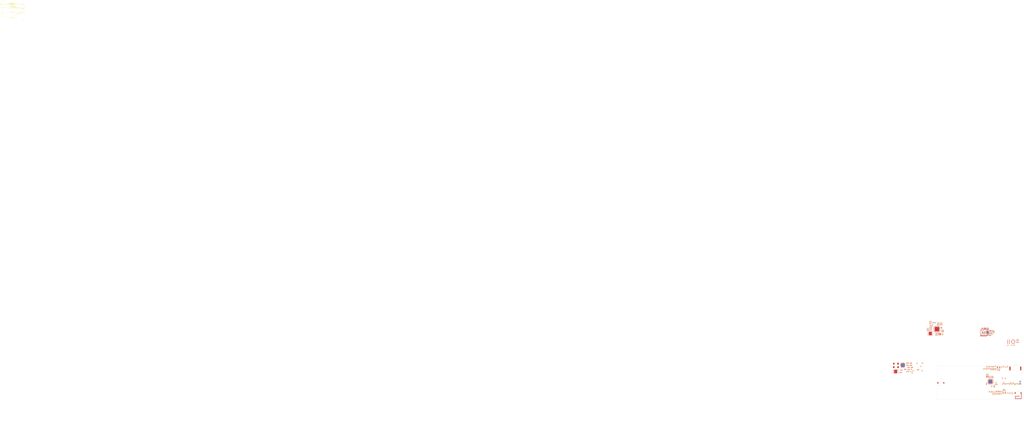
<source format=kicad_pcb>
(kicad_pcb (version 20171130) (host pcbnew "(5.1.2)-2")
  (layers (0 F.Cu signal) (1 In1.Cu power) (2 In2.Cu power) (31 B.Cu signal) (34 B.Paste user) (35 F.Paste user) (36 B.SilkS user) (37 F.SilkS user) (38 B.Mask user) (39 F.Mask user) (44 Edge.Cuts user))
  (net 0 "")
  (net 1 GND)
  (net 2 +1V8)
  (net 3 "Net-(C2-Pad1)")
  (net 4 /MCU/XIN32)
  (net 5 "Net-(C11-Pad1)")
  (net 6 "Net-(C12-Pad1)")
  (net 7 "Net-(C15-Pad1)")
  (net 8 "Net-(C16-Pad1)")
  (net 9 "Net-(C17-Pad1)")
  (net 10 "Net-(C18-Pad1)")
  (net 11 "Net-(C19-Pad1)")
  (net 12 "Net-(C20-Pad1)")
  (net 13 "Net-(C21-Pad1)")
  (net 14 "Net-(C22-Pad1)")
  (net 15 "Net-(C23-Pad1)")
  (net 16 "Net-(C24-Pad1)")
  (net 17 "Net-(C25-Pad1)")
  (net 18 "Net-(C26-Pad1)")
  (net 19 "Net-(C27-Pad1)")
  (net 20 "Net-(C28-Pad1)")
  (net 21 "Net-(C29-Pad1)")
  (net 22 "Net-(C30-Pad1)")
  (net 23 "Net-(C31-Pad1)")
  (net 24 "Net-(C32-Pad1)")
  (net 25 "Net-(C36-Pad1)")
  (net 26 "Net-(C37-Pad1)")
  (net 27 "Net-(C38-Pad1)")
  (net 28 "Net-(C42-Pad2)")
  (net 29 "Net-(C42-Pad1)")
  (net 30 "Net-(C43-Pad2)")
  (net 31 "Net-(C43-Pad1)")
  (net 32 "Net-(C45-Pad1)")
  (net 33 "Net-(C46-Pad1)")
  (net 34 "Net-(C47-Pad1)")
  (net 35 "Net-(C50-Pad2)")
  (net 36 "Net-(C50-Pad1)")
  (net 37 "Net-(C51-Pad2)")
  (net 38 "Net-(C51-Pad1)")
  (net 39 "Net-(C60-Pad2)")
  (net 40 "Net-(C62-Pad2)")
  (net 41 VMEM)
  (net 42 "Net-(C65-Pad2)")
  (net 43 "Net-(C66-Pad2)")
  (net 44 "Net-(C67-Pad2)")
  (net 45 "Net-(C67-Pad1)")
  (net 46 "Net-(C69-Pad2)")
  (net 47 "Net-(C71-Pad2)")
  (net 48 "Net-(C72-Pad2)")
  (net 49 "Net-(C79-Pad1)")
  (net 50 "Net-(C80-Pad1)")
  (net 51 "Net-(C82-Pad1)")
  (net 52 "Net-(C85-Pad2)")
  (net 53 /MCU/MCU_PA13)
  (net 54 /MCU/XIN)
  (net 55 /MCU/XOUT32)
  (net 56 /MCU/XOUT)
  (net 57 "Net-(C89-Pad1)")
  (net 58 "Net-(C90-Pad1)")
  (net 59 /MCU/SWDIO)
  (net 60 /MCU/SWCLK)
  (net 61 /MCU/USB_DP)
  (net 62 /MCU/USB_DM)
  (net 63 "Net-(L9-Pad1)")
  (net 64 "Net-(L20-Pad2)")
  (net 65 "Net-(L21-Pad1)")
  (net 66 "Net-(Q1-Pad1)")
  (net 67 "/Telemetry Radio/RFSW_RX")
  (net 68 "/Telemetry Radio/RFSW_TX")
  (net 69 "Net-(R6-Pad1)")
  (net 70 /MCU/MCU_PA02)
  (net 71 "Net-(R10-Pad1)")
  (net 72 /GPS/GPS_NSAFEBOOT)
  (net 73 /GPS/GPS_NRES)
  (net 74 "Net-(U1-Pad43)")
  (net 75 "Net-(U1-Pad39)")
  (net 76 "Net-(U1-Pad38)")
  (net 77 "Net-(U1-Pad37)")
  (net 78 /GPS/GPS_SCL)
  (net 79 /GPS/GPS_SDA)
  (net 80 "Net-(U1-Pad30)")
  (net 81 "Net-(U1-Pad29)")
  (net 82 /MCU/MCU_MISO1)
  (net 83 /MCU/MCU_NSEL1)
  (net 84 /MCU/MCU_SCLK1)
  (net 85 /MCU/MCU_MOSI1)
  (net 86 /MCU/MCU_MISO4)
  (net 87 /MCU/MCU_SCLK4)
  (net 88 /MCU/MCU_MOSI4)
  (net 89 /GPS/GPS_RXD)
  (net 90 /GPS/GPS_TXD)
  (net 91 /MCU/MCU_PA09)
  (net 92 /MCU/MCU_PA08)
  (net 93 /MCU/MCU_PA07)
  (net 94 /MCU/MCU_PA06)
  (net 95 /MCU/MCU_PA05)
  (net 96 /MCU/MCU_PA04)
  (net 97 /MCU/MCU_NSEL4)
  (net 98 /GPS/GPS_1PPS)
  (net 99 /MCU/MCU_PA03)
  (net 100 "Net-(U6-Pad6)")
  (net 101 "Net-(U6-Pad5)")
  (net 102 "Net-(U7-Pad12)")
  (net 103 "Net-(U7-Pad7)")
  (net 104 "Net-(U7-Pad6)")
  (net 105 "Net-(U8-Pad6)")
  (net 106 "Net-(L23-Pad2)")
  (net 107 "Net-(U14-Pad37)")
  (net 108 "Net-(U14-Pad33)")
  (net 109 "Net-(U14-Pad30)")
  (net 110 "Net-(U14-Pad29)")
  (net 111 "Net-(U14-Pad28)")
  (net 112 "Net-(U14-Pad27)")
  (net 113 "Net-(U14-Pad26)")
  (net 114 "Net-(U14-Pad25)")
  (net 115 "Net-(U14-Pad20)")
  (net 116 "Net-(U14-Pad16)")
  (net 117 "Net-(U14-Pad15)")
  (net 118 "Net-(U14-Pad14)")
  (net 119 "Net-(U14-Pad13)")
  (net 120 "Net-(U14-Pad12)")
  (net 121 "Net-(U14-Pad11)")
  (net 122 "Net-(U14-Pad10)")
  (net 123 "Net-(U14-Pad8)")
  (net 124 "Net-(U14-Pad4)")
  (net 125 "Net-(U14-Pad3)")
  (net 126 "Net-(X1-Pad1)")
  (net 127 "Net-(X2-Pad1)")
  (net 128 "Net-(U12-Pad6)")
  (net 129 "Net-(ANT1-Pad2)")
  (net 130 "Net-(ANT1-Pad1)")
  (net 131 "Net-(ANT2-Pad2)")
  (net 132 "Net-(ANT2-Pad1)")
  (net 133 "Net-(ANT3-Pad2)")
  (net 134 "Net-(ANT3-Pad1)")
  (module ICSSPicoTracker2:Yageo434 (layer F.Cu) (at 92.456 -36.576)
    (fp_text reference ANT3 (at 0.15748 -4.21894) (layer F.SilkS))
    (fp_text value Yageo434)
    (pad 2 smd roundrect (at 6.35 0) (size 1.3 4.5) (layers F.Cu F.Paste F.Mask) (roundrect_rratio 0.083) (net 133 "Net-(ANT3-Pad2)"))
    (pad 1 smd roundrect (at -6.35 0) (size 1.3 4.5) (layers F.Cu F.Paste F.Mask) (roundrect_rratio 0.083) (net 134 "Net-(ANT3-Pad1)"))
  )
  (module Oscillator:Oscillator_SMD_IQD_IQXO70-4Pin_7.5x5.0mm (layer F.Cu) (at -48.846 -40.172)
    (fp_text reference X1 (at 0 -4.1) (layer F.SilkS))
    (fp_text value 26.00MHz)
    (pad 4 smd rect (at -2.54 -2.1) (size 1.8 2) (layers F.Cu F.Paste F.Mask) (net 47 "Net-(C71-Pad2)"))
    (pad 3 smd rect (at 2.54 -2.1) (size 1.8 2) (layers F.Cu F.Paste F.Mask) (net 125 "Net-(U14-Pad3)"))
    (pad 2 smd rect (at 2.54 2.1) (size 1.8 2) (layers F.Cu F.Paste F.Mask) (net 1 GND))
    (pad 1 smd rect (at -2.54 2.1) (size 1.8 2) (layers F.Cu F.Paste F.Mask) (net 126 "Net-(X1-Pad1)"))
  )
  (module Connector_PinHeader_2.54mm:PinHeader_1x02_P2.54mm_Vertical (layer F.Cu) (at 98.044 -18.542 180)
    (fp_text reference J4 (at 0 -2.33) (layer F.SilkS))
    (fp_text value Conn_01x02)
    (pad 2 thru_hole oval (at 0 2.54 180) (size 1.7 1.7) (drill 1) (layers *.Cu *.Mask) (net 1 GND))
    (pad 1 thru_hole rect (at 0 0 180) (size 1.7 1.7) (drill 1) (layers *.Cu *.Mask) (net 32 "Net-(C45-Pad1)"))
  )
  (module ICSSPicoTracker2:Johanson868 (layer F.Cu) (at 95.758 -7.62)
    (fp_text reference ANT2 (at 0.81534 -2.23012) (layer F.SilkS))
    (fp_text value Johanson868)
    (fp_line (start -3.3 3.8) (end 1.7 3.8) (layer F.Cu) (width 0.5))
    (fp_line (start -3.3 6.75) (end -3.3 3.8) (layer F.Cu) (width 0.5))
    (fp_line (start 3.75 6.75) (end -3.3 6.75) (layer F.Cu) (width 0.5))
    (fp_line (start 3.75 0) (end 3.75 6.75) (layer F.Cu) (width 0.5))
    (pad 2 smd roundrect (at 3.5 0) (size 1 2) (layers F.Cu F.Paste F.Mask) (roundrect_rratio 0.083) (net 131 "Net-(ANT2-Pad2)"))
    (pad 1 smd roundrect (at -3.5 0) (size 1 2) (layers F.Cu F.Paste F.Mask) (roundrect_rratio 0.083) (net 132 "Net-(ANT2-Pad1)"))
  )
  (module ICSSPicoTracker2:Johanson1575 (layer F.Cu) (at 4.318 -19.558 180)
    (fp_text reference ANT1 (at 0 -3.18) (layer F.SilkS))
    (fp_text value Johanson1575)
    (pad 2 smd roundrect (at 3.5 0 180) (size 1 2) (layers F.Cu F.Paste F.Mask) (roundrect_rratio 0.083) (net 129 "Net-(ANT1-Pad2)"))
    (pad 1 smd roundrect (at -3.5 0 180) (size 1 2) (layers F.Cu F.Paste F.Mask) (roundrect_rratio 0.083) (net 130 "Net-(ANT1-Pad1)"))
  )
  (module "ICSSPicoTracker2:Murata SAFE" (layer F.Cu) (at -23.876 -42.672)
    (fp_text reference U13 (at 0.02794 -1.7526) (layer F.SilkS) (effects (font (size 0.5 0.5) (thickness 0.1))))
    (fp_text value SAFEB1G57KE0F00)
    (pad 5 smd rect (at 0.3875 0) (size 0.525 0.25) (layers F.Cu F.Paste F.Mask) (net 1 GND))
    (pad 4 smd rect (at 0.2875 0.5875) (size 0.325 0.425) (layers F.Cu F.Paste F.Mask) (net 44 "Net-(C67-Pad2)"))
    (pad 3 smd rect (at -0.2875 0.5875) (size 0.325 0.425) (layers F.Cu F.Paste F.Mask) (net 1 GND))
    (pad 2 smd rect (at -0.3875 0) (size 0.525 0.25) (layers F.Cu F.Paste F.Mask) (net 1 GND))
    (pad 1 smd rect (at 0 -0.5875 90) (size 0.425 0.325) (layers F.Cu F.Paste F.Mask) (net 128 "Net-(U12-Pad6)"))
  )
  (module ICSSPicoTracker2:uDFN-6_1.0x1.5mm_P0.5mm (layer F.Cu) (at -17.526 -42.672)
    (fp_text reference U12 (at 0 -1.5) (layer F.SilkS) (effects (font (size 0.5 0.5) (thickness 0.1))))
    (fp_text value MAX2659ELT+)
    (pad 6 smd rect (at 0.465 -0.5) (size 0.7 0.23) (layers F.Cu F.Paste F.Mask) (net 128 "Net-(U12-Pad6)"))
    (pad 5 smd rect (at 0.465 0) (size 0.7 0.23) (layers F.Cu F.Paste F.Mask) (net 69 "Net-(R6-Pad1)"))
    (pad 4 smd rect (at 0.465 0.5) (size 0.7 0.23) (layers F.Cu F.Paste F.Mask) (net 2 +1V8))
    (pad 3 smd rect (at -0.465 0.5) (size 0.7 0.23) (layers F.Cu F.Paste F.Mask) (net 65 "Net-(L21-Pad1)"))
    (pad 2 smd rect (at -0.465 0) (size 0.7 0.23) (layers F.Cu F.Paste F.Mask) (net 1 GND))
    (pad 1 smd rect (at -0.465 -0.5) (size 0.7 0.23) (layers F.Cu F.Paste F.Mask) (net 1 GND))
  )
  (module Package_SON:Texas_S-PVSON-N10_ThermalVias (layer F.Cu) (at 59.563 -78.994 270)
    (fp_text reference U9 (at 0 -2.8 90) (layer F.SilkS))
    (fp_text value TPS61200DRC)
    (pad 11 smd rect (at 0 0 270) (size 2.3 2.8) (layers B.Cu) (net 1 GND))
    (pad 11 thru_hole circle (at -0.5 0.75 270) (size 0.6 0.6) (drill 0.3) (layers *.Cu *.Mask) (net 1 GND))
    (pad 11 thru_hole circle (at -0.5 -0.75 270) (size 0.6 0.6) (drill 0.3) (layers *.Cu *.Mask) (net 1 GND))
    (pad 11 thru_hole circle (at 0.5 -0.75 270) (size 0.6 0.6) (drill 0.3) (layers *.Cu *.Mask) (net 1 GND))
    (pad 11 thru_hole circle (at 0 0 270) (size 0.6 0.6) (drill 0.3) (layers *.Cu *.Mask) (net 1 GND))
    (pad 11 thru_hole circle (at 0.5 0.75 270) (size 0.6 0.6) (drill 0.3) (layers *.Cu *.Mask) (net 1 GND))
    (pad 10 smd oval (at 1.475 -1 270) (size 0.85 0.28) (layers F.Cu F.Paste F.Mask) (net 71 "Net-(R10-Pad1)"))
    (pad 9 smd oval (at 1.475 -0.5 270) (size 0.85 0.28) (layers F.Cu F.Paste F.Mask) (net 1 GND))
    (pad 8 smd oval (at 1.475 0 270) (size 0.85 0.28) (layers F.Cu F.Paste F.Mask) (net 41 VMEM))
    (pad 7 smd rect (at 1.76 0.5 270) (size 0.28 0.28) (layers F.Cu F.Paste F.Mask) (net 41 VMEM))
    (pad 6 smd rect (at 1.76 1 270) (size 0.28 0.28) (layers F.Cu F.Paste F.Mask) (net 41 VMEM))
    (pad 5 smd oval (at -1.475 1 270) (size 0.85 0.28) (layers F.Cu F.Paste F.Mask) (net 41 VMEM))
    (pad 4 smd rect (at -1.76 0.5 270) (size 0.28 0.28) (layers F.Cu F.Paste F.Mask) (net 1 GND))
    (pad 3 smd oval (at -1.475 0 270) (size 0.85 0.28) (layers F.Cu F.Paste F.Mask) (net 106 "Net-(L23-Pad2)"))
    (pad 2 smd rect (at -1.76 -0.5 270) (size 0.28 0.28) (layers F.Cu F.Paste F.Mask) (net 2 +1V8))
    (pad 1 smd rect (at -1.76 -1 270) (size 0.28 0.28) (layers F.Cu F.Paste F.Mask) (net 51 "Net-(C82-Pad1)"))
    (pad 11 smd rect (at 0 0 270) (size 1.65 2.4) (layers F.Cu F.Mask) (net 1 GND))
    (pad 11 smd rect (at 0.45 0.635 270) (size 0.68 1.05) (layers F.Cu F.Paste F.Mask) (net 1 GND))
    (pad 11 smd rect (at -0.45 0.635 270) (size 0.68 1.05) (layers F.Cu F.Paste F.Mask) (net 1 GND))
    (pad 11 smd rect (at 0.45 -0.635 270) (size 0.68 1.05) (layers F.Cu F.Paste F.Mask) (net 1 GND))
    (pad 11 smd rect (at 0.25 1.63 270) (size 0.26 0.5) (layers F.Cu F.Paste F.Mask) (net 1 GND))
    (pad 11 smd rect (at -0.25 1.63 270) (size 0.26 0.5) (layers F.Cu F.Paste F.Mask) (net 1 GND))
    (pad 11 smd rect (at 0.25 -1.63 270) (size 0.26 0.5) (layers F.Cu F.Paste F.Mask) (net 1 GND))
    (pad 11 smd rect (at 0.25 1.55 270) (size 0.28 0.7) (layers F.Cu F.Mask) (net 1 GND))
    (pad 11 smd rect (at -0.25 1.55 270) (size 0.28 0.7) (layers F.Cu F.Mask) (net 1 GND))
    (pad 11 smd rect (at 0.25 -1.55 270) (size 0.28 0.7) (layers F.Cu F.Mask) (net 1 GND))
    (pad 11 smd rect (at -0.25 -1.63 270) (size 0.26 0.5) (layers F.Cu F.Paste F.Mask) (net 1 GND))
    (pad 11 smd rect (at -0.25 -1.55 270) (size 0.28 0.7) (layers F.Cu F.Mask) (net 1 GND))
    (pad 11 smd rect (at -0.45 -0.635 270) (size 0.68 1.05) (layers F.Cu F.Paste F.Mask) (net 1 GND))
    (pad 10 smd rect (at 1.76 -1 270) (size 0.28 0.28) (layers F.Cu F.Paste F.Mask) (net 71 "Net-(R10-Pad1)"))
    (pad 9 smd rect (at 1.76 -0.5 270) (size 0.28 0.28) (layers F.Cu F.Paste F.Mask) (net 1 GND))
    (pad 8 smd rect (at 1.76 0 270) (size 0.28 0.28) (layers F.Cu F.Paste F.Mask) (net 41 VMEM))
    (pad 7 smd oval (at 1.475 0.5 270) (size 0.85 0.28) (layers F.Cu F.Paste F.Mask) (net 41 VMEM))
    (pad 6 smd oval (at 1.475 1 270) (size 0.85 0.28) (layers F.Cu F.Paste F.Mask) (net 41 VMEM))
    (pad 5 smd rect (at -1.76 1 270) (size 0.28 0.28) (layers F.Cu F.Paste F.Mask) (net 41 VMEM))
    (pad 4 smd oval (at -1.475 0.5 270) (size 0.85 0.28) (layers F.Cu F.Paste F.Mask) (net 1 GND))
    (pad 3 smd rect (at -1.76 0 270) (size 0.28 0.28) (layers F.Cu F.Paste F.Mask) (net 106 "Net-(L23-Pad2)"))
    (pad 2 smd oval (at -1.475 -0.5 270) (size 0.85 0.28) (layers F.Cu F.Paste F.Mask) (net 2 +1V8))
    (pad 1 smd oval (at -1.475 -1 270) (size 0.85 0.28) (layers F.Cu F.Paste F.Mask) (net 51 "Net-(C82-Pad1)"))
  )
  (module Capacitor_SMD:C_0603_1608Metric (layer F.Cu) (at 62.865 -80.391 270)
    (fp_text reference C82 (at 0 -1.43 90) (layer F.SilkS))
    (fp_text value 100nF)
    (pad 2 smd roundrect (at 0.7875 0 270) (size 0.875 0.95) (layers F.Cu F.Paste F.Mask) (net 1 GND))
    (pad 1 smd roundrect (at -0.7875 0 270) (size 0.875 0.95) (layers F.Cu F.Paste F.Mask) (net 51 "Net-(C82-Pad1)"))
  )
  (module Crystal:Crystal_SMD_2520-4Pin_2.5x2.0mm (layer F.Cu) (at 3.048 -77.216)
    (fp_text reference Y3 (at 0 -2.2) (layer F.SilkS))
    (fp_text value 16MHz)
    (pad 4 smd rect (at -0.875 -0.7) (size 1.15 1) (layers F.Cu F.Paste F.Mask))
    (pad 3 smd rect (at 0.875 -0.7) (size 1.15 1) (layers F.Cu F.Paste F.Mask))
    (pad 2 smd rect (at 0.875 0.7) (size 1.15 1) (layers F.Cu F.Paste F.Mask) (net 56 /MCU/XOUT))
    (pad 1 smd rect (at -0.875 0.7) (size 1.15 1) (layers F.Cu F.Paste F.Mask) (net 54 /MCU/XIN))
  )
  (module Crystal:Crystal_SMD_2012-2Pin_2.0x1.2mm (layer F.Cu) (at -5.842 -87.63 270)
    (fp_text reference Y2 (at 0 -1.8 90) (layer F.SilkS))
    (fp_text value 32.768KHz)
    (pad 2 smd rect (at 0.7 0 270) (size 0.6 1.1) (layers F.Cu F.Paste F.Mask) (net 55 /MCU/XOUT32))
    (pad 1 smd rect (at -0.7 0 270) (size 0.6 1.1) (layers F.Cu F.Paste F.Mask) (net 4 /MCU/XIN32))
  )
  (module Crystal:Crystal_SMD_2012-2Pin_2.0x1.2mm (layer F.Cu) (at -42.396 -34.572)
    (fp_text reference Y1 (at 0 -1.8) (layer F.SilkS))
    (fp_text value 32.768KHz)
    (pad 2 smd rect (at 0.7 0) (size 0.6 1.1) (layers F.Cu F.Paste F.Mask) (net 120 "Net-(U14-Pad12)"))
    (pad 1 smd rect (at -0.7 0) (size 0.6 1.1) (layers F.Cu F.Paste F.Mask) (net 121 "Net-(U14-Pad11)"))
  )
  (module Oscillator:Oscillator_SMD_SeikoEpson_SG210-4Pin_2.5x2.0mm (layer F.Cu) (at 59.602 -27.066)
    (fp_text reference X2 (at 0 -2.2) (layer F.SilkS))
    (fp_text value IQXO-70)
    (pad 4 smd rect (at -0.85 -0.65) (size 1.1 0.9) (layers F.Cu F.Paste F.Mask) (net 2 +1V8))
    (pad 3 smd rect (at 0.85 -0.65) (size 1.1 0.9) (layers F.Cu F.Paste F.Mask) (net 101 "Net-(U6-Pad5)"))
    (pad 2 smd rect (at 0.85 0.65) (size 1.1 0.9) (layers F.Cu F.Paste F.Mask) (net 1 GND))
    (pad 1 smd rect (at -0.85 0.65) (size 1.1 0.9) (layers F.Cu F.Paste F.Mask) (net 127 "Net-(X2-Pad1)"))
  )
  (module Connector_PinHeader_1.00mm:PinHeader_1x04_P1.00mm_Vertical (layer F.Cu) (at -4.81 -90.678 90)
    (fp_text reference J1 (at 0 -1.56 90) (layer F.SilkS))
    (fp_text value Conn_01x04)
    (pad 4 thru_hole oval (at 0 3 90) (size 0.85 0.85) (drill 0.5) (layers *.Cu *.Mask) (net 1 GND))
    (pad 3 thru_hole oval (at 0 2 90) (size 0.85 0.85) (drill 0.5) (layers *.Cu *.Mask) (net 2 +1V8))
    (pad 2 thru_hole oval (at 0 1 90) (size 0.85 0.85) (drill 0.5) (layers *.Cu *.Mask) (net 59 /MCU/SWDIO))
    (pad 1 thru_hole rect (at 0 0 90) (size 0.85 0.85) (drill 0.5) (layers *.Cu *.Mask) (net 60 /MCU/SWCLK))
  )
  (module Package_SON:WSON-8-1EP_6x5mm_P1.27mm_EP3.4x4.3mm (layer F.Cu) (at -49.146 -33.022)
    (fp_text reference U15 (at 0 -3.45) (layer F.SilkS))
    (fp_text value W25Q16DW)
    (pad 8 smd roundrect (at 2.7 -1.905) (size 0.75 0.5) (layers F.Cu F.Paste F.Mask) (net 2 +1V8))
    (pad 7 smd roundrect (at 2.7 -0.635) (size 0.75 0.5) (layers F.Cu F.Paste F.Mask) (net 109 "Net-(U14-Pad30)"))
    (pad 6 smd roundrect (at 2.7 0.635) (size 0.75 0.5) (layers F.Cu F.Paste F.Mask) (net 113 "Net-(U14-Pad26)"))
    (pad 5 smd roundrect (at 2.7 1.905) (size 0.75 0.5) (layers F.Cu F.Paste F.Mask) (net 114 "Net-(U14-Pad25)"))
    (pad 4 smd roundrect (at -2.7 1.905) (size 0.75 0.5) (layers F.Cu F.Paste F.Mask) (net 1 GND))
    (pad 3 smd roundrect (at -2.7 0.635) (size 0.75 0.5) (layers F.Cu F.Paste F.Mask) (net 112 "Net-(U14-Pad27)"))
    (pad 2 smd roundrect (at -2.7 -0.635) (size 0.75 0.5) (layers F.Cu F.Paste F.Mask) (net 111 "Net-(U14-Pad28)"))
    (pad 1 smd roundrect (at -2.7 -1.905) (size 0.75 0.5) (layers F.Cu F.Paste F.Mask) (net 110 "Net-(U14-Pad29)"))
    (pad 9 smd roundrect (at 0 0) (size 3.4 4.3) (layers F.Cu F.Mask) (roundrect_rratio 0.073529))
  )
  (module Package_SON:WSON-8-1EP_6x5mm_P1.27mm_EP3.4x4.3mm (layer F.Cu) (at -8.128 -77.978)
    (fp_text reference U2 (at 0 -3.45) (layer F.SilkS))
    (fp_text value W25Q16DW)
    (pad 8 smd roundrect (at 2.7 -1.905) (size 0.75 0.5) (layers F.Cu F.Paste F.Mask) (net 2 +1V8))
    (pad 7 smd roundrect (at 2.7 -0.635) (size 0.75 0.5) (layers F.Cu F.Paste F.Mask) (net 2 +1V8))
    (pad 6 smd roundrect (at 2.7 0.635) (size 0.75 0.5) (layers F.Cu F.Paste F.Mask) (net 87 /MCU/MCU_SCLK4))
    (pad 5 smd roundrect (at 2.7 1.905) (size 0.75 0.5) (layers F.Cu F.Paste F.Mask) (net 88 /MCU/MCU_MOSI4))
    (pad 4 smd roundrect (at -2.7 1.905) (size 0.75 0.5) (layers F.Cu F.Paste F.Mask) (net 1 GND))
    (pad 3 smd roundrect (at -2.7 0.635) (size 0.75 0.5) (layers F.Cu F.Paste F.Mask) (net 2 +1V8))
    (pad 2 smd roundrect (at -2.7 -0.635) (size 0.75 0.5) (layers F.Cu F.Paste F.Mask) (net 86 /MCU/MCU_MISO4))
    (pad 1 smd roundrect (at -2.7 -1.905) (size 0.75 0.5) (layers F.Cu F.Paste F.Mask) (net 97 /MCU/MCU_NSEL4))
    (pad 9 smd roundrect (at 0 0) (size 3.4 4.3) (layers F.Cu F.Mask) (roundrect_rratio 0.073529))
  )
  (module Connector_PinHeader_1.00mm:PinHeader_1x02_P1.00mm_Vertical (layer F.Cu) (at 54.102 -79.502)
    (fp_text reference J3 (at 0 -1.56) (layer F.SilkS))
    (fp_text value Conn_01x02)
    (pad 2 thru_hole oval (at 0 1) (size 0.85 0.85) (drill 0.5) (layers *.Cu *.Mask) (net 1 GND))
    (pad 1 thru_hole rect (at 0 0) (size 0.85 0.85) (drill 0.5) (layers *.Cu *.Mask) (net 41 VMEM))
  )
  (module Connector_PinHeader_1.00mm:PinHeader_1x02_P1.00mm_Vertical (layer F.Cu) (at 5.08 -84.328 180)
    (fp_text reference J2 (at 0 -1.56) (layer F.SilkS))
    (fp_text value Conn_01x02)
    (pad 2 thru_hole oval (at 0 1 180) (size 0.85 0.85) (drill 0.5) (layers *.Cu *.Mask) (net 61 /MCU/USB_DP))
    (pad 1 thru_hole rect (at 0 0 180) (size 0.85 0.85) (drill 0.5) (layers *.Cu *.Mask) (net 62 /MCU/USB_DM))
  )
  (module Inductor_SMD:L_Taiyo-Yuden_NR-30xx (layer F.Cu) (at 58.928 -83.439)
    (fp_text reference L23 (at 0 -2.5) (layer F.SilkS))
    (fp_text value 2.2uH)
    (pad 2 smd rect (at 1.1 0) (size 0.8 2.9) (layers F.Cu F.Paste F.Mask) (net 106 "Net-(L23-Pad2)"))
    (pad 1 smd rect (at -1.1 0) (size 0.8 2.9) (layers F.Cu F.Paste F.Mask) (net 41 VMEM))
  )
  (module Package_DFN_QFN:QFN-40-1EP_5x5mm_P0.4mm_EP3.6x3.6mm_ThermalVias (layer F.Cu) (at -40.696 -40.472)
    (fp_text reference U14 (at 0 -3.8) (layer F.SilkS))
    (fp_text value M8030KT)
    (pad 40 smd roundrect (at -1.8 -2.4375) (size 0.25 0.825) (layers F.Cu F.Paste F.Mask) (net 64 "Net-(L20-Pad2)"))
    (pad 39 smd roundrect (at -1.4 -2.4375) (size 0.25 0.825) (layers F.Cu F.Paste F.Mask) (net 42 "Net-(C65-Pad2)"))
    (pad 38 smd roundrect (at -1 -2.4375) (size 0.25 0.825) (layers F.Cu F.Paste F.Mask) (net 40 "Net-(C62-Pad2)"))
    (pad 37 smd roundrect (at -0.6 -2.4375) (size 0.25 0.825) (layers F.Cu F.Paste F.Mask) (net 107 "Net-(U14-Pad37)"))
    (pad 36 smd roundrect (at -0.2 -2.4375) (size 0.25 0.825) (layers F.Cu F.Paste F.Mask))
    (pad 35 smd roundrect (at 0.2 -2.4375) (size 0.25 0.825) (layers F.Cu F.Paste F.Mask) (net 98 /GPS/GPS_1PPS))
    (pad 34 smd roundrect (at 0.6 -2.4375) (size 0.25 0.825) (layers F.Cu F.Paste F.Mask) (net 72 /GPS/GPS_NSAFEBOOT))
    (pad 33 smd roundrect (at 1 -2.4375) (size 0.25 0.825) (layers F.Cu F.Paste F.Mask) (net 108 "Net-(U14-Pad33)"))
    (pad 32 smd roundrect (at 1.4 -2.4375) (size 0.25 0.825) (layers F.Cu F.Paste F.Mask) (net 79 /GPS/GPS_SDA))
    (pad 31 smd roundrect (at 1.8 -2.4375) (size 0.25 0.825) (layers F.Cu F.Paste F.Mask) (net 78 /GPS/GPS_SCL))
    (pad 30 smd roundrect (at 2.4375 -1.8) (size 0.825 0.25) (layers F.Cu F.Paste F.Mask) (net 109 "Net-(U14-Pad30)"))
    (pad 29 smd roundrect (at 2.4375 -1.4) (size 0.825 0.25) (layers F.Cu F.Paste F.Mask) (net 110 "Net-(U14-Pad29)"))
    (pad 28 smd roundrect (at 2.4375 -1) (size 0.825 0.25) (layers F.Cu F.Paste F.Mask) (net 111 "Net-(U14-Pad28)"))
    (pad 27 smd roundrect (at 2.4375 -0.6) (size 0.825 0.25) (layers F.Cu F.Paste F.Mask) (net 112 "Net-(U14-Pad27)"))
    (pad 26 smd roundrect (at 2.4375 -0.2) (size 0.825 0.25) (layers F.Cu F.Paste F.Mask) (net 113 "Net-(U14-Pad26)"))
    (pad 25 smd roundrect (at 2.4375 0.2) (size 0.825 0.25) (layers F.Cu F.Paste F.Mask) (net 114 "Net-(U14-Pad25)"))
    (pad 24 smd roundrect (at 2.4375 0.6) (size 0.825 0.25) (layers F.Cu F.Paste F.Mask) (net 46 "Net-(C69-Pad2)"))
    (pad 23 smd roundrect (at 2.4375 1) (size 0.825 0.25) (layers F.Cu F.Paste F.Mask) (net 2 +1V8))
    (pad 22 smd roundrect (at 2.4375 1.4) (size 0.825 0.25) (layers F.Cu F.Paste F.Mask) (net 2 +1V8))
    (pad 21 smd roundrect (at 2.4375 1.8) (size 0.825 0.25) (layers F.Cu F.Paste F.Mask) (net 2 +1V8))
    (pad 20 smd roundrect (at 1.8 2.4375) (size 0.25 0.825) (layers F.Cu F.Paste F.Mask) (net 115 "Net-(U14-Pad20)"))
    (pad 19 smd roundrect (at 1.4 2.4375) (size 0.25 0.825) (layers F.Cu F.Paste F.Mask) (net 89 /GPS/GPS_RXD))
    (pad 18 smd roundrect (at 1 2.4375) (size 0.25 0.825) (layers F.Cu F.Paste F.Mask) (net 90 /GPS/GPS_TXD))
    (pad 17 smd roundrect (at 0.6 2.4375) (size 0.25 0.825) (layers F.Cu F.Paste F.Mask) (net 73 /GPS/GPS_NRES))
    (pad 16 smd roundrect (at 0.2 2.4375) (size 0.25 0.825) (layers F.Cu F.Paste F.Mask) (net 116 "Net-(U14-Pad16)"))
    (pad 15 smd roundrect (at -0.2 2.4375) (size 0.25 0.825) (layers F.Cu F.Paste F.Mask) (net 117 "Net-(U14-Pad15)"))
    (pad 14 smd roundrect (at -0.6 2.4375) (size 0.25 0.825) (layers F.Cu F.Paste F.Mask) (net 118 "Net-(U14-Pad14)"))
    (pad 13 smd roundrect (at -1 2.4375) (size 0.25 0.825) (layers F.Cu F.Paste F.Mask) (net 119 "Net-(U14-Pad13)"))
    (pad 12 smd roundrect (at -1.4 2.4375) (size 0.25 0.825) (layers F.Cu F.Paste F.Mask) (net 120 "Net-(U14-Pad12)"))
    (pad 11 smd roundrect (at -1.8 2.4375) (size 0.25 0.825) (layers F.Cu F.Paste F.Mask) (net 121 "Net-(U14-Pad11)"))
    (pad 10 smd roundrect (at -2.4375 1.8) (size 0.825 0.25) (layers F.Cu F.Paste F.Mask) (net 122 "Net-(U14-Pad10)"))
    (pad 9 smd roundrect (at -2.4375 1.4) (size 0.825 0.25) (layers F.Cu F.Paste F.Mask) (net 1 GND))
    (pad 8 smd roundrect (at -2.4375 1) (size 0.825 0.25) (layers F.Cu F.Paste F.Mask) (net 123 "Net-(U14-Pad8)"))
    (pad 7 smd roundrect (at -2.4375 0.6) (size 0.825 0.25) (layers F.Cu F.Paste F.Mask) (net 2 +1V8))
    (pad 6 smd roundrect (at -2.4375 0.2) (size 0.825 0.25) (layers F.Cu F.Paste F.Mask) (net 41 VMEM))
    (pad 5 smd roundrect (at -2.4375 -0.2) (size 0.825 0.25) (layers F.Cu F.Paste F.Mask) (net 43 "Net-(C66-Pad2)"))
    (pad 4 smd roundrect (at -2.4375 -0.6) (size 0.825 0.25) (layers F.Cu F.Paste F.Mask) (net 124 "Net-(U14-Pad4)"))
    (pad 3 smd roundrect (at -2.4375 -1) (size 0.825 0.25) (layers F.Cu F.Paste F.Mask) (net 125 "Net-(U14-Pad3)"))
    (pad 2 smd roundrect (at -2.4375 -1.4) (size 0.825 0.25) (layers F.Cu F.Paste F.Mask) (net 47 "Net-(C71-Pad2)"))
    (pad 1 smd roundrect (at -2.4375 -1.8) (size 0.825 0.25) (layers F.Cu F.Paste F.Mask) (net 42 "Net-(C65-Pad2)"))
    (pad 41 smd roundrect (at 0 0) (size 3.6 3.6) (layers B.Cu) (roundrect_rratio 0.06944400000000001) (net 1 GND))
    (pad 41 thru_hole circle (at 1.55 1.55) (size 0.5 0.5) (drill 0.2) (layers *.Cu) (net 1 GND))
    (pad 41 thru_hole circle (at 0.516667 1.55) (size 0.5 0.5) (drill 0.2) (layers *.Cu) (net 1 GND))
    (pad 41 thru_hole circle (at -0.516667 1.55) (size 0.5 0.5) (drill 0.2) (layers *.Cu) (net 1 GND))
    (pad 41 thru_hole circle (at -1.55 1.55) (size 0.5 0.5) (drill 0.2) (layers *.Cu) (net 1 GND))
    (pad 41 thru_hole circle (at 1.55 0.516667) (size 0.5 0.5) (drill 0.2) (layers *.Cu) (net 1 GND))
    (pad 41 thru_hole circle (at 0.516667 0.516667) (size 0.5 0.5) (drill 0.2) (layers *.Cu) (net 1 GND))
    (pad 41 thru_hole circle (at -0.516667 0.516667) (size 0.5 0.5) (drill 0.2) (layers *.Cu) (net 1 GND))
    (pad 41 thru_hole circle (at -1.55 0.516667) (size 0.5 0.5) (drill 0.2) (layers *.Cu) (net 1 GND))
    (pad 41 thru_hole circle (at 1.55 -0.516667) (size 0.5 0.5) (drill 0.2) (layers *.Cu) (net 1 GND))
    (pad 41 thru_hole circle (at 0.516667 -0.516667) (size 0.5 0.5) (drill 0.2) (layers *.Cu) (net 1 GND))
    (pad 41 thru_hole circle (at -0.516667 -0.516667) (size 0.5 0.5) (drill 0.2) (layers *.Cu) (net 1 GND))
    (pad 41 thru_hole circle (at -1.55 -0.516667) (size 0.5 0.5) (drill 0.2) (layers *.Cu) (net 1 GND))
    (pad 41 thru_hole circle (at 1.55 -1.55) (size 0.5 0.5) (drill 0.2) (layers *.Cu) (net 1 GND))
    (pad 41 thru_hole circle (at 0.516667 -1.55) (size 0.5 0.5) (drill 0.2) (layers *.Cu) (net 1 GND))
    (pad 41 thru_hole circle (at -0.516667 -1.55) (size 0.5 0.5) (drill 0.2) (layers *.Cu) (net 1 GND))
    (pad 41 thru_hole circle (at -1.55 -1.55) (size 0.5 0.5) (drill 0.2) (layers *.Cu) (net 1 GND))
    (pad 41 smd roundrect (at 0 0) (size 3.6 3.6) (layers F.Cu F.Mask) (roundrect_rratio 0.06944400000000001) (net 1 GND))
  )
  (module Package_TO_SOT_SMD:SOT-353_SC-70-5 (layer F.Cu) (at 65.024 -15.494)
    (fp_text reference U11 (at 0 -2) (layer F.SilkS))
    (fp_text value 74LVC1G04)
    (pad 5 smd rect (at 0.95 -0.65) (size 0.65 0.4) (layers F.Cu F.Paste F.Mask) (net 2 +1V8))
    (pad 4 smd rect (at 0.95 0.65) (size 0.65 0.4) (layers F.Cu F.Paste F.Mask) (net 67 "/Telemetry Radio/RFSW_RX"))
    (pad 2 smd rect (at -0.95 0) (size 0.65 0.4) (layers F.Cu F.Paste F.Mask) (net 68 "/Telemetry Radio/RFSW_TX"))
    (pad 3 smd rect (at -0.95 0.65) (size 0.65 0.4) (layers F.Cu F.Paste F.Mask) (net 1 GND))
    (pad 1 smd rect (at -0.95 -0.65) (size 0.65 0.4) (layers F.Cu F.Paste F.Mask))
  )
  (module Package_LGA:LGA-8_3x5mm_P1.25mm (layer F.Cu) (at 84.4 -68.068)
    (fp_text reference U8 (at 0 -3.65) (layer F.SilkS))
    (fp_text value MS5607-02BA)
    (pad 5 smd rect (at 1.075 1.875) (size 0.95 0.55) (layers F.Cu F.Paste F.Mask) (net 1 GND))
    (pad 6 smd rect (at 1.075 0.625) (size 0.95 0.55) (layers F.Cu F.Paste F.Mask) (net 105 "Net-(U8-Pad6)"))
    (pad 7 smd rect (at 1.075 -0.625) (size 0.95 0.55) (layers F.Cu F.Paste F.Mask) (net 79 /GPS/GPS_SDA))
    (pad 8 smd rect (at 1.075 -1.875) (size 0.95 0.55) (layers F.Cu F.Paste F.Mask) (net 78 /GPS/GPS_SCL))
    (pad 3 smd rect (at -1.075 0.625) (size 0.95 0.55) (layers F.Cu F.Paste F.Mask) (net 1 GND))
    (pad 2 smd rect (at -1.075 -0.625) (size 0.95 0.55) (layers F.Cu F.Paste F.Mask) (net 2 +1V8))
    (pad 1 smd rect (at -1.075 -1.875) (size 0.95 0.55) (layers F.Cu F.Paste F.Mask) (net 2 +1V8))
    (pad 4 smd rect (at -1.075 1.875) (size 0.95 0.55) (layers F.Cu F.Paste F.Mask) (net 1 GND))
  )
  (module Sensor_Motion:InvenSense_QFN-24_4x4mm_P0.5mm (layer F.Cu) (at 89.9 -68.168)
    (fp_text reference U7 (at 0 -3.375) (layer F.SilkS))
    (fp_text value MPU-9150)
    (pad 24 smd roundrect (at -1.25 -1.95 90) (size 0.85 0.3) (layers F.Cu F.Paste F.Mask) (net 79 /GPS/GPS_SDA))
    (pad 23 smd roundrect (at -0.75 -1.95 90) (size 0.85 0.3) (layers F.Cu F.Paste F.Mask) (net 78 /GPS/GPS_SCL))
    (pad 22 smd roundrect (at -0.25 -1.95 90) (size 0.85 0.3) (layers F.Cu F.Paste F.Mask))
    (pad 21 smd roundrect (at 0.25 -1.95 90) (size 0.85 0.3) (layers F.Cu F.Paste F.Mask))
    (pad 20 smd roundrect (at 0.75 -1.95 90) (size 0.85 0.3) (layers F.Cu F.Paste F.Mask) (net 50 "Net-(C80-Pad1)"))
    (pad 19 smd roundrect (at 1.25 -1.95 90) (size 0.85 0.3) (layers F.Cu F.Paste F.Mask))
    (pad 18 smd roundrect (at 1.95 -1.25) (size 0.85 0.3) (layers F.Cu F.Paste F.Mask) (net 1 GND))
    (pad 17 smd roundrect (at 1.95 -0.75) (size 0.85 0.3) (layers F.Cu F.Paste F.Mask) (net 1 GND))
    (pad 16 smd roundrect (at 1.95 -0.25) (size 0.85 0.3) (layers F.Cu F.Paste F.Mask))
    (pad 15 smd roundrect (at 1.95 0.25) (size 0.85 0.3) (layers F.Cu F.Paste F.Mask) (net 1 GND))
    (pad 14 smd roundrect (at 1.95 0.75) (size 0.85 0.3) (layers F.Cu F.Paste F.Mask))
    (pad 13 smd roundrect (at 1.95 1.25) (size 0.85 0.3) (layers F.Cu F.Paste F.Mask) (net 2 +1V8))
    (pad 12 smd roundrect (at 1.25 1.95 90) (size 0.85 0.3) (layers F.Cu F.Paste F.Mask) (net 102 "Net-(U7-Pad12)"))
    (pad 11 smd roundrect (at 0.75 1.95 90) (size 0.85 0.3) (layers F.Cu F.Paste F.Mask) (net 1 GND))
    (pad 10 smd roundrect (at 0.25 1.95 90) (size 0.85 0.3) (layers F.Cu F.Paste F.Mask) (net 49 "Net-(C79-Pad1)"))
    (pad 9 smd roundrect (at -0.25 1.95 90) (size 0.85 0.3) (layers F.Cu F.Paste F.Mask) (net 1 GND))
    (pad 8 smd roundrect (at -0.75 1.95 90) (size 0.85 0.3) (layers F.Cu F.Paste F.Mask) (net 2 +1V8))
    (pad 7 smd roundrect (at -1.25 1.95 90) (size 0.85 0.3) (layers F.Cu F.Paste F.Mask) (net 103 "Net-(U7-Pad7)"))
    (pad 6 smd roundrect (at -1.95 1.25) (size 0.85 0.3) (layers F.Cu F.Paste F.Mask) (net 104 "Net-(U7-Pad6)"))
    (pad 5 smd roundrect (at -1.95 0.75) (size 0.85 0.3) (layers F.Cu F.Paste F.Mask))
    (pad 4 smd roundrect (at -1.95 0.25) (size 0.85 0.3) (layers F.Cu F.Paste F.Mask))
    (pad 3 smd roundrect (at -1.95 -0.25) (size 0.85 0.3) (layers F.Cu F.Paste F.Mask) (net 2 +1V8))
    (pad 2 smd roundrect (at -1.95 -0.75) (size 0.85 0.3) (layers F.Cu F.Paste F.Mask))
    (pad 1 smd roundrect (at -1.95 -1.25) (size 0.85 0.3) (layers F.Cu F.Paste F.Mask) (net 1 GND))
  )
  (module Package_DFN_QFN:QFN-28-1EP_6x6mm_P0.65mm_EP4.25x4.25mm_ThermalVias (layer F.Cu) (at 62.992 -21.082 270)
    (fp_text reference U6 (at 0 -4.3 90) (layer F.SilkS))
    (fp_text value SX1276)
    (pad 28 smd roundrect (at -1.95 -2.8375 270) (size 0.3 1.025) (layers F.Cu F.Paste F.Mask) (net 8 "Net-(C16-Pad1)"))
    (pad 27 smd roundrect (at -1.3 -2.8375 270) (size 0.3 1.025) (layers F.Cu F.Paste F.Mask) (net 63 "Net-(L9-Pad1)"))
    (pad 26 smd roundrect (at -0.65 -2.8375 270) (size 0.3 1.025) (layers F.Cu F.Paste F.Mask) (net 1 GND))
    (pad 25 smd roundrect (at 0 -2.8375 270) (size 0.3 1.025) (layers F.Cu F.Paste F.Mask) (net 7 "Net-(C15-Pad1)"))
    (pad 24 smd roundrect (at 0.65 -2.8375 270) (size 0.3 1.025) (layers F.Cu F.Paste F.Mask) (net 2 +1V8))
    (pad 23 smd roundrect (at 1.3 -2.8375 270) (size 0.3 1.025) (layers F.Cu F.Paste F.Mask) (net 1 GND))
    (pad 22 smd roundrect (at 1.95 -2.8375 270) (size 0.3 1.025) (layers F.Cu F.Paste F.Mask) (net 9 "Net-(C17-Pad1)"))
    (pad 21 smd roundrect (at 2.8375 -1.95 270) (size 1.025 0.3) (layers F.Cu F.Paste F.Mask) (net 14 "Net-(C22-Pad1)"))
    (pad 20 smd roundrect (at 2.8375 -1.3 270) (size 1.025 0.3) (layers F.Cu F.Paste F.Mask) (net 68 "/Telemetry Radio/RFSW_TX"))
    (pad 19 smd roundrect (at 2.8375 -0.65 270) (size 1.025 0.3) (layers F.Cu F.Paste F.Mask) (net 83 /MCU/MCU_NSEL1))
    (pad 18 smd roundrect (at 2.8375 0 270) (size 1.025 0.3) (layers F.Cu F.Paste F.Mask) (net 85 /MCU/MCU_MOSI1))
    (pad 17 smd roundrect (at 2.8375 0.65 270) (size 1.025 0.3) (layers F.Cu F.Paste F.Mask) (net 82 /MCU/MCU_MISO1))
    (pad 16 smd roundrect (at 2.8375 1.3 270) (size 1.025 0.3) (layers F.Cu F.Paste F.Mask) (net 84 /MCU/MCU_SCLK1))
    (pad 15 smd roundrect (at 2.8375 1.95 270) (size 1.025 0.3) (layers F.Cu F.Paste F.Mask) (net 1 GND))
    (pad 14 smd roundrect (at 1.95 2.8375 270) (size 0.3 1.025) (layers F.Cu F.Paste F.Mask) (net 2 +1V8))
    (pad 13 smd roundrect (at 1.3 2.8375 270) (size 0.3 1.025) (layers F.Cu F.Paste F.Mask) (net 99 /MCU/MCU_PA03))
    (pad 12 smd roundrect (at 0.65 2.8375 270) (size 0.3 1.025) (layers F.Cu F.Paste F.Mask) (net 96 /MCU/MCU_PA04))
    (pad 11 smd roundrect (at 0 2.8375 270) (size 0.3 1.025) (layers F.Cu F.Paste F.Mask) (net 95 /MCU/MCU_PA05))
    (pad 10 smd roundrect (at -0.65 2.8375 270) (size 0.3 1.025) (layers F.Cu F.Paste F.Mask) (net 94 /MCU/MCU_PA06))
    (pad 9 smd roundrect (at -1.3 2.8375 270) (size 0.3 1.025) (layers F.Cu F.Paste F.Mask) (net 93 /MCU/MCU_PA07))
    (pad 8 smd roundrect (at -1.95 2.8375 270) (size 0.3 1.025) (layers F.Cu F.Paste F.Mask) (net 92 /MCU/MCU_PA08))
    (pad 7 smd roundrect (at -2.8375 1.95 270) (size 1.025 0.3) (layers F.Cu F.Paste F.Mask) (net 91 /MCU/MCU_PA09))
    (pad 6 smd roundrect (at -2.8375 1.3 270) (size 1.025 0.3) (layers F.Cu F.Paste F.Mask) (net 100 "Net-(U6-Pad6)"))
    (pad 5 smd roundrect (at -2.8375 0.65 270) (size 1.025 0.3) (layers F.Cu F.Paste F.Mask) (net 101 "Net-(U6-Pad5)"))
    (pad 4 smd roundrect (at -2.8375 0 270) (size 1.025 0.3) (layers F.Cu F.Paste F.Mask) (net 6 "Net-(C12-Pad1)"))
    (pad 3 smd roundrect (at -2.8375 -0.65 270) (size 1.025 0.3) (layers F.Cu F.Paste F.Mask) (net 2 +1V8))
    (pad 2 smd roundrect (at -2.8375 -1.3 270) (size 1.025 0.3) (layers F.Cu F.Paste F.Mask) (net 5 "Net-(C11-Pad1)"))
    (pad 1 smd roundrect (at -2.8375 -1.95 270) (size 1.025 0.3) (layers F.Cu F.Paste F.Mask) (net 39 "Net-(C60-Pad2)"))
    (pad 29 smd roundrect (at 0 0 270) (size 3.35 3.35) (layers B.Cu) (roundrect_rratio 0.074627) (net 1 GND))
    (pad 29 thru_hole circle (at 1.425 1.425 270) (size 0.5 0.5) (drill 0.2) (layers *.Cu) (net 1 GND))
    (pad 29 thru_hole circle (at 0.475 1.425 270) (size 0.5 0.5) (drill 0.2) (layers *.Cu) (net 1 GND))
    (pad 29 thru_hole circle (at -0.475 1.425 270) (size 0.5 0.5) (drill 0.2) (layers *.Cu) (net 1 GND))
    (pad 29 thru_hole circle (at -1.425 1.425 270) (size 0.5 0.5) (drill 0.2) (layers *.Cu) (net 1 GND))
    (pad 29 thru_hole circle (at 1.425 0.475 270) (size 0.5 0.5) (drill 0.2) (layers *.Cu) (net 1 GND))
    (pad 29 thru_hole circle (at 0.475 0.475 270) (size 0.5 0.5) (drill 0.2) (layers *.Cu) (net 1 GND))
    (pad 29 thru_hole circle (at -0.475 0.475 270) (size 0.5 0.5) (drill 0.2) (layers *.Cu) (net 1 GND))
    (pad 29 thru_hole circle (at -1.425 0.475 270) (size 0.5 0.5) (drill 0.2) (layers *.Cu) (net 1 GND))
    (pad 29 thru_hole circle (at 1.425 -0.475 270) (size 0.5 0.5) (drill 0.2) (layers *.Cu) (net 1 GND))
    (pad 29 thru_hole circle (at 0.475 -0.475 270) (size 0.5 0.5) (drill 0.2) (layers *.Cu) (net 1 GND))
    (pad 29 thru_hole circle (at -0.475 -0.475 270) (size 0.5 0.5) (drill 0.2) (layers *.Cu) (net 1 GND))
    (pad 29 thru_hole circle (at -1.425 -0.475 270) (size 0.5 0.5) (drill 0.2) (layers *.Cu) (net 1 GND))
    (pad 29 thru_hole circle (at 1.425 -1.425 270) (size 0.5 0.5) (drill 0.2) (layers *.Cu) (net 1 GND))
    (pad 29 thru_hole circle (at 0.475 -1.425 270) (size 0.5 0.5) (drill 0.2) (layers *.Cu) (net 1 GND))
    (pad 29 thru_hole circle (at -0.475 -1.425 270) (size 0.5 0.5) (drill 0.2) (layers *.Cu) (net 1 GND))
    (pad 29 thru_hole circle (at -1.425 -1.425 270) (size 0.5 0.5) (drill 0.2) (layers *.Cu) (net 1 GND))
    (pad 29 smd roundrect (at 0 0 270) (size 4.25 4.25) (layers F.Cu F.Mask) (roundrect_rratio 0.058824) (net 1 GND))
  )
  (module Package_TO_SOT_SMD:SOT-363_SC-70-6_Handsoldering (layer F.Cu) (at 79.248 -7.62)
    (fp_text reference U5 (at 0 -2) (layer F.SilkS))
    (fp_text value PE4259)
    (pad 6 smd rect (at 1.33 -0.65) (size 1.5 0.4) (layers F.Cu F.Paste F.Mask) (net 2 +1V8))
    (pad 5 smd rect (at 1.33 0) (size 1.5 0.4) (layers F.Cu F.Paste F.Mask) (net 37 "Net-(C51-Pad2)"))
    (pad 4 smd rect (at 1.33 0.65) (size 1.5 0.4) (layers F.Cu F.Paste F.Mask) (net 34 "Net-(C47-Pad1)"))
    (pad 3 smd rect (at -1.33 0.65) (size 1.5 0.4) (layers F.Cu F.Paste F.Mask) (net 31 "Net-(C43-Pad1)"))
    (pad 2 smd rect (at -1.33 0) (size 1.5 0.4) (layers F.Cu F.Paste F.Mask) (net 1 GND))
    (pad 1 smd rect (at -1.33 -0.65) (size 1.5 0.4) (layers F.Cu F.Paste F.Mask) (net 26 "Net-(C37-Pad1)"))
  )
  (module Package_TO_SOT_SMD:SOT-363_SC-70-6_Handsoldering (layer F.Cu) (at 72.644 -38.1)
    (fp_text reference U4 (at 0 -2) (layer F.SilkS))
    (fp_text value PE4259)
    (pad 6 smd rect (at 1.33 -0.65) (size 1.5 0.4) (layers F.Cu F.Paste F.Mask) (net 2 +1V8))
    (pad 5 smd rect (at 1.33 0) (size 1.5 0.4) (layers F.Cu F.Paste F.Mask) (net 35 "Net-(C50-Pad2)"))
    (pad 4 smd rect (at 1.33 0.65) (size 1.5 0.4) (layers F.Cu F.Paste F.Mask) (net 33 "Net-(C46-Pad1)"))
    (pad 3 smd rect (at -1.33 0.65) (size 1.5 0.4) (layers F.Cu F.Paste F.Mask) (net 25 "Net-(C36-Pad1)"))
    (pad 2 smd rect (at -1.33 0) (size 1.5 0.4) (layers F.Cu F.Paste F.Mask) (net 1 GND))
    (pad 1 smd rect (at -1.33 -0.65) (size 1.5 0.4) (layers F.Cu F.Paste F.Mask) (net 29 "Net-(C42-Pad1)"))
  )
  (module Package_DFN_QFN:QFN-48-1EP_7x7mm_P0.5mm_EP5.15x5.15mm (layer F.Cu) (at -0.27 -83.148)
    (fp_text reference U1 (at 0 -4.82) (layer F.SilkS))
    (fp_text value ATSAML21G18B-MUT)
    (pad 48 smd roundrect (at -2.75 -3.4375) (size 0.25 0.875) (layers F.Cu F.Paste F.Mask) (net 72 /GPS/GPS_NSAFEBOOT))
    (pad 47 smd roundrect (at -2.25 -3.4375) (size 0.25 0.875) (layers F.Cu F.Paste F.Mask) (net 73 /GPS/GPS_NRES))
    (pad 46 smd roundrect (at -1.75 -3.4375) (size 0.25 0.875) (layers F.Cu F.Paste F.Mask) (net 59 /MCU/SWDIO))
    (pad 45 smd roundrect (at -1.25 -3.4375) (size 0.25 0.875) (layers F.Cu F.Paste F.Mask) (net 60 /MCU/SWCLK))
    (pad 44 smd roundrect (at -0.75 -3.4375) (size 0.25 0.875) (layers F.Cu F.Paste F.Mask) (net 2 +1V8))
    (pad 43 smd roundrect (at -0.25 -3.4375) (size 0.25 0.875) (layers F.Cu F.Paste F.Mask) (net 74 "Net-(U1-Pad43)"))
    (pad 42 smd roundrect (at 0.25 -3.4375) (size 0.25 0.875) (layers F.Cu F.Paste F.Mask) (net 1 GND))
    (pad 41 smd roundrect (at 0.75 -3.4375) (size 0.25 0.875) (layers F.Cu F.Paste F.Mask) (net 58 "Net-(C90-Pad1)"))
    (pad 40 smd roundrect (at 1.25 -3.4375) (size 0.25 0.875) (layers F.Cu F.Paste F.Mask) (net 57 "Net-(C89-Pad1)"))
    (pad 39 smd roundrect (at 1.75 -3.4375) (size 0.25 0.875) (layers F.Cu F.Paste F.Mask) (net 75 "Net-(U1-Pad39)"))
    (pad 38 smd roundrect (at 2.25 -3.4375) (size 0.25 0.875) (layers F.Cu F.Paste F.Mask) (net 76 "Net-(U1-Pad38)"))
    (pad 37 smd roundrect (at 2.75 -3.4375) (size 0.25 0.875) (layers F.Cu F.Paste F.Mask) (net 77 "Net-(U1-Pad37)"))
    (pad 36 smd roundrect (at 3.4375 -2.75) (size 0.875 0.25) (layers F.Cu F.Paste F.Mask) (net 2 +1V8))
    (pad 35 smd roundrect (at 3.4375 -2.25) (size 0.875 0.25) (layers F.Cu F.Paste F.Mask) (net 1 GND))
    (pad 34 smd roundrect (at 3.4375 -1.75) (size 0.875 0.25) (layers F.Cu F.Paste F.Mask) (net 61 /MCU/USB_DP))
    (pad 33 smd roundrect (at 3.4375 -1.25) (size 0.875 0.25) (layers F.Cu F.Paste F.Mask) (net 62 /MCU/USB_DM))
    (pad 32 smd roundrect (at 3.4375 -0.75) (size 0.875 0.25) (layers F.Cu F.Paste F.Mask) (net 78 /GPS/GPS_SCL))
    (pad 31 smd roundrect (at 3.4375 -0.25) (size 0.875 0.25) (layers F.Cu F.Paste F.Mask) (net 79 /GPS/GPS_SDA))
    (pad 30 smd roundrect (at 3.4375 0.25) (size 0.875 0.25) (layers F.Cu F.Paste F.Mask) (net 80 "Net-(U1-Pad30)"))
    (pad 29 smd roundrect (at 3.4375 0.75) (size 0.875 0.25) (layers F.Cu F.Paste F.Mask) (net 81 "Net-(U1-Pad29)"))
    (pad 28 smd roundrect (at 3.4375 1.25) (size 0.875 0.25) (layers F.Cu F.Paste F.Mask) (net 82 /MCU/MCU_MISO1))
    (pad 27 smd roundrect (at 3.4375 1.75) (size 0.875 0.25) (layers F.Cu F.Paste F.Mask) (net 83 /MCU/MCU_NSEL1))
    (pad 26 smd roundrect (at 3.4375 2.25) (size 0.875 0.25) (layers F.Cu F.Paste F.Mask) (net 84 /MCU/MCU_SCLK1))
    (pad 25 smd roundrect (at 3.4375 2.75) (size 0.875 0.25) (layers F.Cu F.Paste F.Mask) (net 85 /MCU/MCU_MOSI1))
    (pad 24 smd roundrect (at 2.75 3.4375) (size 0.25 0.875) (layers F.Cu F.Paste F.Mask) (net 56 /MCU/XOUT))
    (pad 23 smd roundrect (at 2.25 3.4375) (size 0.25 0.875) (layers F.Cu F.Paste F.Mask) (net 54 /MCU/XIN))
    (pad 22 smd roundrect (at 1.75 3.4375) (size 0.25 0.875) (layers F.Cu F.Paste F.Mask) (net 53 /MCU/MCU_PA13))
    (pad 21 smd roundrect (at 1.25 3.4375) (size 0.25 0.875) (layers F.Cu F.Paste F.Mask) (net 86 /MCU/MCU_MISO4))
    (pad 20 smd roundrect (at 0.75 3.4375) (size 0.25 0.875) (layers F.Cu F.Paste F.Mask) (net 87 /MCU/MCU_SCLK4))
    (pad 19 smd roundrect (at 0.25 3.4375) (size 0.25 0.875) (layers F.Cu F.Paste F.Mask) (net 88 /MCU/MCU_MOSI4))
    (pad 18 smd roundrect (at -0.25 3.4375) (size 0.25 0.875) (layers F.Cu F.Paste F.Mask) (net 1 GND))
    (pad 17 smd roundrect (at -0.75 3.4375) (size 0.25 0.875) (layers F.Cu F.Paste F.Mask) (net 2 +1V8))
    (pad 16 smd roundrect (at -1.25 3.4375) (size 0.25 0.875) (layers F.Cu F.Paste F.Mask) (net 89 /GPS/GPS_RXD))
    (pad 15 smd roundrect (at -1.75 3.4375) (size 0.25 0.875) (layers F.Cu F.Paste F.Mask) (net 90 /GPS/GPS_TXD))
    (pad 14 smd roundrect (at -2.25 3.4375) (size 0.25 0.875) (layers F.Cu F.Paste F.Mask) (net 91 /MCU/MCU_PA09))
    (pad 13 smd roundrect (at -2.75 3.4375) (size 0.25 0.875) (layers F.Cu F.Paste F.Mask) (net 92 /MCU/MCU_PA08))
    (pad 12 smd roundrect (at -3.4375 2.75) (size 0.875 0.25) (layers F.Cu F.Paste F.Mask) (net 93 /MCU/MCU_PA07))
    (pad 11 smd roundrect (at -3.4375 2.25) (size 0.875 0.25) (layers F.Cu F.Paste F.Mask) (net 94 /MCU/MCU_PA06))
    (pad 10 smd roundrect (at -3.4375 1.75) (size 0.875 0.25) (layers F.Cu F.Paste F.Mask) (net 95 /MCU/MCU_PA05))
    (pad 9 smd roundrect (at -3.4375 1.25) (size 0.875 0.25) (layers F.Cu F.Paste F.Mask) (net 96 /MCU/MCU_PA04))
    (pad 8 smd roundrect (at -3.4375 0.75) (size 0.875 0.25) (layers F.Cu F.Paste F.Mask) (net 97 /MCU/MCU_NSEL4))
    (pad 7 smd roundrect (at -3.4375 0.25) (size 0.875 0.25) (layers F.Cu F.Paste F.Mask) (net 98 /GPS/GPS_1PPS))
    (pad 6 smd roundrect (at -3.4375 -0.25) (size 0.875 0.25) (layers F.Cu F.Paste F.Mask) (net 3 "Net-(C2-Pad1)"))
    (pad 5 smd roundrect (at -3.4375 -0.75) (size 0.875 0.25) (layers F.Cu F.Paste F.Mask) (net 1 GND))
    (pad 4 smd roundrect (at -3.4375 -1.25) (size 0.875 0.25) (layers F.Cu F.Paste F.Mask) (net 99 /MCU/MCU_PA03))
    (pad 3 smd roundrect (at -3.4375 -1.75) (size 0.875 0.25) (layers F.Cu F.Paste F.Mask) (net 70 /MCU/MCU_PA02))
    (pad 2 smd roundrect (at -3.4375 -2.25) (size 0.875 0.25) (layers F.Cu F.Paste F.Mask) (net 55 /MCU/XOUT32))
    (pad 1 smd roundrect (at -3.4375 -2.75) (size 0.875 0.25) (layers F.Cu F.Paste F.Mask) (net 4 /MCU/XIN32))
    (pad 49 smd roundrect (at 0 0) (size 5.15 5.15) (layers F.Cu F.Mask) (roundrect_rratio 0.048544))
  )
  (module Resistor_SMD:R_0603_1608Metric (layer F.Cu) (at 4.826 -90.17)
    (fp_text reference R12 (at 0 -1.43) (layer F.SilkS))
    (fp_text value 1K)
    (pad 2 smd roundrect (at 0.7875 0) (size 0.875 0.95) (layers F.Cu F.Paste F.Mask) (net 57 "Net-(C89-Pad1)"))
    (pad 1 smd roundrect (at -0.7875 0) (size 0.875 0.95) (layers F.Cu F.Paste F.Mask) (net 2 +1V8))
  )
  (module Resistor_SMD:R_0603_1608Metric (layer F.Cu) (at 56.134 -83.566 270)
    (fp_text reference R11 (at 0 -1.43 90) (layer F.SilkS))
    (fp_text value 10K)
    (pad 2 smd roundrect (at 0.7875 0 270) (size 0.875 0.95) (layers F.Cu F.Paste F.Mask) (net 52 "Net-(C85-Pad2)"))
    (pad 1 smd roundrect (at -0.7875 0 270) (size 0.875 0.95) (layers F.Cu F.Paste F.Mask) (net 41 VMEM))
  )
  (module Resistor_SMD:R_0603_1608Metric (layer F.Cu) (at 63.5 -77.978)
    (fp_text reference R10 (at 0 -1.43) (layer F.SilkS))
    (fp_text value 180K)
    (pad 2 smd roundrect (at 0.7875 0) (size 0.875 0.95) (layers F.Cu F.Paste F.Mask) (net 1 GND))
    (pad 1 smd roundrect (at -0.7875 0) (size 0.875 0.95) (layers F.Cu F.Paste F.Mask) (net 71 "Net-(R10-Pad1)"))
  )
  (module Resistor_SMD:R_0603_1608Metric (layer F.Cu) (at 62.23 -75.819 180)
    (fp_text reference R9 (at 0 -1.43) (layer F.SilkS))
    (fp_text value 470K)
    (pad 2 smd roundrect (at 0.7875 0 180) (size 0.875 0.95) (layers F.Cu F.Paste F.Mask) (net 71 "Net-(R10-Pad1)"))
    (pad 1 smd roundrect (at -0.7875 0 180) (size 0.875 0.95) (layers F.Cu F.Paste F.Mask) (net 2 +1V8))
  )
  (module Resistor_SMD:R_0603_1608Metric (layer F.Cu) (at 58.928 -75.819)
    (fp_text reference R8 (at 0 -1.43) (layer F.SilkS))
    (fp_text value 100K)
    (pad 2 smd roundrect (at 0.7875 0) (size 0.875 0.95) (layers F.Cu F.Paste F.Mask) (net 1 GND))
    (pad 1 smd roundrect (at -0.7875 0) (size 0.875 0.95) (layers F.Cu F.Paste F.Mask) (net 70 /MCU/MCU_PA02))
  )
  (module Resistor_SMD:R_0603_1608Metric (layer F.Cu) (at 52.578 -75.819 180)
    (fp_text reference R7 (at 2.54 -1.43) (layer F.SilkS))
    (fp_text value 100K)
    (pad 2 smd roundrect (at 0.7875 0 180) (size 0.875 0.95) (layers F.Cu F.Paste F.Mask) (net 70 /MCU/MCU_PA02))
    (pad 1 smd roundrect (at -0.7875 0 180) (size 0.875 0.95) (layers F.Cu F.Paste F.Mask) (net 66 "Net-(Q1-Pad1)"))
  )
  (module Resistor_SMD:R_0603_1608Metric (layer F.Cu) (at -31.056 -42.842)
    (fp_text reference R6 (at 0 -1.43) (layer F.SilkS))
    (fp_text value 47k)
    (pad 2 smd roundrect (at 0.7875 0) (size 0.875 0.95) (layers F.Cu F.Paste F.Mask) (net 1 GND))
    (pad 1 smd roundrect (at -0.7875 0) (size 0.875 0.95) (layers F.Cu F.Paste F.Mask) (net 69 "Net-(R6-Pad1)"))
  )
  (module Resistor_SMD:R_0603_1608Metric (layer F.Cu) (at 78.994 -11.43)
    (fp_text reference R5 (at 0 -1.43) (layer F.SilkS))
    (fp_text value 1K)
    (pad 2 smd roundrect (at 0.7875 0) (size 0.875 0.95) (layers F.Cu F.Paste F.Mask) (net 68 "/Telemetry Radio/RFSW_TX"))
    (pad 1 smd roundrect (at -0.7875 0) (size 0.875 0.95) (layers F.Cu F.Paste F.Mask) (net 34 "Net-(C47-Pad1)"))
  )
  (module Resistor_SMD:R_0603_1608Metric (layer F.Cu) (at 72.644 -34.544 180)
    (fp_text reference R4 (at 0 -1.43) (layer F.SilkS))
    (fp_text value 1K)
    (pad 2 smd roundrect (at 0.7875 0 180) (size 0.875 0.95) (layers F.Cu F.Paste F.Mask) (net 67 "/Telemetry Radio/RFSW_RX"))
    (pad 1 smd roundrect (at -0.7875 0 180) (size 0.875 0.95) (layers F.Cu F.Paste F.Mask) (net 33 "Net-(C46-Pad1)"))
  )
  (module Resistor_SMD:R_0603_1608Metric (layer F.Cu) (at 72.898 -6.604 180)
    (fp_text reference R3 (at 0 -1.43) (layer F.SilkS))
    (fp_text value 0R)
    (pad 2 smd roundrect (at 0.7875 0 180) (size 0.875 0.95) (layers F.Cu F.Paste F.Mask) (net 24 "Net-(C32-Pad1)"))
    (pad 1 smd roundrect (at -0.7875 0 180) (size 0.875 0.95) (layers F.Cu F.Paste F.Mask) (net 30 "Net-(C43-Pad2)"))
  )
  (module Resistor_SMD:R_0603_1608Metric (layer F.Cu) (at 65.8115 -38.608 180)
    (fp_text reference R2 (at 0 -1.43) (layer F.SilkS))
    (fp_text value 0R)
    (pad 2 smd roundrect (at 0.7875 0 180) (size 0.875 0.95) (layers F.Cu F.Paste F.Mask) (net 23 "Net-(C31-Pad1)"))
    (pad 1 smd roundrect (at -0.7875 0 180) (size 0.875 0.95) (layers F.Cu F.Paste F.Mask) (net 28 "Net-(C42-Pad2)"))
  )
  (module Resistor_SMD:R_0603_1608Metric (layer F.Cu) (at -8.128 -90.17)
    (fp_text reference R1 (at 0 -1.43) (layer F.SilkS))
    (fp_text value 1K)
    (pad 2 smd roundrect (at 0.7875 0) (size 0.875 0.95) (layers F.Cu F.Paste F.Mask) (net 60 /MCU/SWCLK))
    (pad 1 smd roundrect (at -0.7875 0) (size 0.875 0.95) (layers F.Cu F.Paste F.Mask) (net 2 +1V8))
  )
  (module Package_TO_SOT_SMD:SOT-23 (layer F.Cu) (at 53.34 -83.312 90)
    (fp_text reference Q1 (at 0 -2.5 90) (layer F.SilkS))
    (fp_text value Q_PMOS_DGS)
    (pad 3 smd rect (at 1 0 90) (size 0.9 0.8) (layers F.Cu F.Paste F.Mask) (net 41 VMEM))
    (pad 2 smd rect (at -1 0.95 90) (size 0.9 0.8) (layers F.Cu F.Paste F.Mask) (net 52 "Net-(C85-Pad2)"))
    (pad 1 smd rect (at -1 -0.95 90) (size 0.9 0.8) (layers F.Cu F.Paste F.Mask) (net 66 "Net-(Q1-Pad1)"))
  )
  (module Inductor_SMD:L_0603_1608Metric (layer F.Cu) (at -42.916 -31.642)
    (fp_text reference L22 (at 0 -1.43) (layer F.SilkS))
    (fp_text value L_Core_Ferrite)
    (pad 2 smd roundrect (at 0.7875 0) (size 0.875 0.95) (layers F.Cu F.Paste F.Mask) (net 42 "Net-(C65-Pad2)"))
    (pad 1 smd roundrect (at -0.7875 0) (size 0.875 0.95) (layers F.Cu F.Paste F.Mask) (net 40 "Net-(C62-Pad2)"))
  )
  (module Inductor_SMD:L_0402_1005Metric (layer F.Cu) (at -19.281 -38.862)
    (fp_text reference L21 (at 0 -1.17) (layer F.SilkS))
    (fp_text value 6.8nH)
    (pad 2 smd roundrect (at 0.485 0) (size 0.59 0.64) (layers F.Cu F.Paste F.Mask) (net 48 "Net-(C72-Pad2)"))
    (pad 1 smd roundrect (at -0.485 0) (size 0.59 0.64) (layers F.Cu F.Paste F.Mask) (net 65 "Net-(L21-Pad1)"))
  )
  (module Inductor_SMD:L_0402_1005Metric (layer F.Cu) (at -28.526 -33.582)
    (fp_text reference L20 (at 0 -1.17) (layer F.SilkS))
    (fp_text value 8.2nH)
    (pad 2 smd roundrect (at 0.485 0) (size 0.59 0.64) (layers F.Cu F.Paste F.Mask) (net 64 "Net-(L20-Pad2)"))
    (pad 1 smd roundrect (at -0.485 0) (size 0.59 0.64) (layers F.Cu F.Paste F.Mask) (net 45 "Net-(C67-Pad1)"))
  )
  (module Inductor_SMD:L_0402_1005Metric (layer F.Cu) (at 87.63 -7.62)
    (fp_text reference L19 (at 0 -1.17) (layer F.SilkS))
    (fp_text value 0R)
    (pad 2 smd roundrect (at 0.485 0) (size 0.59 0.64) (layers F.Cu F.Paste F.Mask) (net 132 "Net-(ANT2-Pad1)"))
    (pad 1 smd roundrect (at -0.485 0) (size 0.59 0.64) (layers F.Cu F.Paste F.Mask) (net 38 "Net-(C51-Pad1)"))
  )
  (module Inductor_SMD:L_0402_1005Metric (layer F.Cu) (at 81.026 -38.1)
    (fp_text reference L18 (at 0 -1.17) (layer F.SilkS))
    (fp_text value 0R)
    (pad 2 smd roundrect (at 0.485 0) (size 0.59 0.64) (layers F.Cu F.Paste F.Mask) (net 134 "Net-(ANT3-Pad1)"))
    (pad 1 smd roundrect (at -0.485 0) (size 0.59 0.64) (layers F.Cu F.Paste F.Mask) (net 36 "Net-(C50-Pad1)"))
  )
  (module Inductor_SMD:L_0402_1005Metric (layer F.Cu) (at 94.257 -18.542)
    (fp_text reference L17 (at 0 -1.17) (layer F.SilkS))
    (fp_text value 0R)
    (pad 2 smd roundrect (at 0.485 0) (size 0.59 0.64) (layers F.Cu F.Paste F.Mask) (net 27 "Net-(C38-Pad1)"))
    (pad 1 smd roundrect (at -0.485 0) (size 0.59 0.64) (layers F.Cu F.Paste F.Mask) (net 32 "Net-(C45-Pad1)"))
  )
  (module Inductor_SMD:L_0402_1005Metric (layer F.Cu) (at 89.916 -18.542)
    (fp_text reference L16 (at 0 -1.17) (layer F.SilkS))
    (fp_text value 47nH)
    (pad 2 smd roundrect (at 0.485 0) (size 0.59 0.64) (layers F.Cu F.Paste F.Mask) (net 27 "Net-(C38-Pad1)"))
    (pad 1 smd roundrect (at -0.485 0) (size 0.59 0.64) (layers F.Cu F.Paste F.Mask) (net 22 "Net-(C30-Pad1)"))
  )
  (module Inductor_SMD:L_0402_1005Metric (layer F.Cu) (at 74.422 -8.636)
    (fp_text reference L15 (at 0 -1.17) (layer F.SilkS))
    (fp_text value 0R)
    (pad 2 smd roundrect (at 0.485 0) (size 0.59 0.64) (layers F.Cu F.Paste F.Mask) (net 26 "Net-(C37-Pad1)"))
    (pad 1 smd roundrect (at -0.485 0) (size 0.59 0.64) (layers F.Cu F.Paste F.Mask) (net 21 "Net-(C29-Pad1)"))
  )
  (module Inductor_SMD:L_0402_1005Metric (layer F.Cu) (at 67.818 -36.322)
    (fp_text reference L14 (at 0 -1.17) (layer F.SilkS))
    (fp_text value 18nH)
    (pad 2 smd roundrect (at 0.485 0) (size 0.59 0.64) (layers F.Cu F.Paste F.Mask) (net 25 "Net-(C36-Pad1)"))
    (pad 1 smd roundrect (at -0.485 0) (size 0.59 0.64) (layers F.Cu F.Paste F.Mask) (net 20 "Net-(C28-Pad1)"))
  )
  (module Inductor_SMD:L_0402_1005Metric (layer F.Cu) (at 86.868 -18.542)
    (fp_text reference L13 (at 0 -1.17) (layer F.SilkS))
    (fp_text value 47nH)
    (pad 2 smd roundrect (at 0.485 0) (size 0.59 0.64) (layers F.Cu F.Paste F.Mask) (net 22 "Net-(C30-Pad1)"))
    (pad 1 smd roundrect (at -0.485 0) (size 0.59 0.64) (layers F.Cu F.Paste F.Mask) (net 17 "Net-(C25-Pad1)"))
  )
  (module Inductor_SMD:L_0402_1005Metric (layer F.Cu) (at 71.374 -8.636)
    (fp_text reference L12 (at 0 -1.17) (layer F.SilkS))
    (fp_text value 4.7nH)
    (pad 2 smd roundrect (at 0.485 0) (size 0.59 0.64) (layers F.Cu F.Paste F.Mask) (net 21 "Net-(C29-Pad1)"))
    (pad 1 smd roundrect (at -0.485 0) (size 0.59 0.64) (layers F.Cu F.Paste F.Mask) (net 16 "Net-(C24-Pad1)"))
  )
  (module Inductor_SMD:L_0402_1005Metric (layer F.Cu) (at 64.77 -36.322)
    (fp_text reference L11 (at 0 -1.17) (layer F.SilkS))
    (fp_text value 12nH)
    (pad 2 smd roundrect (at 0.485 0) (size 0.59 0.64) (layers F.Cu F.Paste F.Mask) (net 20 "Net-(C28-Pad1)"))
    (pad 1 smd roundrect (at -0.485 0) (size 0.59 0.64) (layers F.Cu F.Paste F.Mask) (net 15 "Net-(C23-Pad1)"))
  )
  (module Inductor_SMD:L_0402_1005Metric (layer F.Cu) (at 67.287 -6.604)
    (fp_text reference L10 (at 0 -1.17) (layer F.SilkS))
    (fp_text value 10nH)
    (pad 2 smd roundrect (at 0.485 0) (size 0.59 0.64) (layers F.Cu F.Paste F.Mask) (net 19 "Net-(C27-Pad1)"))
    (pad 1 smd roundrect (at -0.485 0) (size 0.59 0.64) (layers F.Cu F.Paste F.Mask) (net 14 "Net-(C22-Pad1)"))
  )
  (module Inductor_SMD:L_0402_1005Metric (layer F.Cu) (at 78.74 -19.812)
    (fp_text reference L9 (at 0 -1.17) (layer F.SilkS))
    (fp_text value 0R)
    (pad 2 smd roundrect (at 0.485 0) (size 0.59 0.64) (layers F.Cu F.Paste F.Mask) (net 10 "Net-(C18-Pad1)"))
    (pad 1 smd roundrect (at -0.485 0) (size 0.59 0.64) (layers F.Cu F.Paste F.Mask) (net 63 "Net-(L9-Pad1)"))
  )
  (module Inductor_SMD:L_0402_1005Metric (layer F.Cu) (at 83.82 -18.542)
    (fp_text reference L8 (at 0 -1.17) (layer F.SilkS))
    (fp_text value 47nH)
    (pad 2 smd roundrect (at 0.485 0) (size 0.59 0.64) (layers F.Cu F.Paste F.Mask) (net 17 "Net-(C25-Pad1)"))
    (pad 1 smd roundrect (at -0.485 0) (size 0.59 0.64) (layers F.Cu F.Paste F.Mask) (net 13 "Net-(C21-Pad1)"))
  )
  (module Inductor_SMD:L_0402_1005Metric (layer F.Cu) (at 68.303 -8.636)
    (fp_text reference L7 (at 0 -1.17) (layer F.SilkS))
    (fp_text value 5.6nH)
    (pad 2 smd roundrect (at 0.485 0) (size 0.59 0.64) (layers F.Cu F.Paste F.Mask) (net 16 "Net-(C24-Pad1)"))
    (pad 1 smd roundrect (at -0.485 0) (size 0.59 0.64) (layers F.Cu F.Paste F.Mask) (net 12 "Net-(C20-Pad1)"))
  )
  (module Inductor_SMD:L_0402_1005Metric (layer F.Cu) (at 61.722 -36.322)
    (fp_text reference L6 (at 0 -1.17) (layer F.SilkS))
    (fp_text value 22nH)
    (pad 2 smd roundrect (at 0.485 0) (size 0.59 0.64) (layers F.Cu F.Paste F.Mask) (net 15 "Net-(C23-Pad1)"))
    (pad 1 smd roundrect (at -0.485 0) (size 0.59 0.64) (layers F.Cu F.Paste F.Mask) (net 11 "Net-(C19-Pad1)"))
  )
  (module Inductor_SMD:L_0402_1005Metric (layer F.Cu) (at 58.42 -38.354 270)
    (fp_text reference L5 (at 0 -1.17 90) (layer F.SilkS))
    (fp_text value 18nH)
    (pad 2 smd roundrect (at 0.485 0 270) (size 0.59 0.64) (layers F.Cu F.Paste F.Mask) (net 1 GND))
    (pad 1 smd roundrect (at -0.485 0 270) (size 0.59 0.64) (layers F.Cu F.Paste F.Mask) (net 39 "Net-(C60-Pad2)"))
  )
  (module Inductor_SMD:L_0402_1005Metric (layer F.Cu) (at 78.74 -18.542)
    (fp_text reference L4 (at 0 -1.17) (layer F.SilkS))
    (fp_text value 100nH)
    (pad 2 smd roundrect (at 0.485 0) (size 0.59 0.64) (layers F.Cu F.Paste F.Mask) (net 10 "Net-(C18-Pad1)"))
    (pad 1 smd roundrect (at -0.485 0) (size 0.59 0.64) (layers F.Cu F.Paste F.Mask) (net 7 "Net-(C15-Pad1)"))
  )
  (module Inductor_SMD:L_0402_1005Metric (layer F.Cu) (at 63.246 -8.636)
    (fp_text reference L3 (at 0 -1.17) (layer F.SilkS))
    (fp_text value 33nH)
    (pad 2 smd roundrect (at 0.485 0) (size 0.59 0.64) (layers F.Cu F.Paste F.Mask) (net 9 "Net-(C17-Pad1)"))
    (pad 1 smd roundrect (at -0.485 0) (size 0.59 0.64) (layers F.Cu F.Paste F.Mask) (net 7 "Net-(C15-Pad1)"))
  )
  (module Inductor_SMD:L_0402_1005Metric (layer F.Cu) (at 56.642 -36.322)
    (fp_text reference L2 (at 0 -1.17) (layer F.SilkS))
    (fp_text value 47nH)
    (pad 2 smd roundrect (at 0.485 0) (size 0.59 0.64) (layers F.Cu F.Paste F.Mask) (net 8 "Net-(C16-Pad1)"))
    (pad 1 smd roundrect (at -0.485 0) (size 0.59 0.64) (layers F.Cu F.Paste F.Mask) (net 7 "Net-(C15-Pad1)"))
  )
  (module Inductor_SMD:L_0603_1608Metric (layer F.Cu) (at -7.62 -85.344)
    (fp_text reference L1 (at 0 -1.43) (layer F.SilkS))
    (fp_text value L_Core_Ferrite)
    (pad 2 smd roundrect (at 0.7875 0) (size 0.875 0.95) (layers F.Cu F.Paste F.Mask) (net 3 "Net-(C2-Pad1)"))
    (pad 1 smd roundrect (at -0.7875 0) (size 0.875 0.95) (layers F.Cu F.Paste F.Mask) (net 2 +1V8))
  )
  (module Capacitor_SMD:C_0603_1608Metric (layer F.Cu) (at -10.922 -83.566)
    (fp_text reference C93 (at 0 -1.43) (layer F.SilkS))
    (fp_text value 100nF)
    (pad 2 smd roundrect (at 0.7875 0) (size 0.875 0.95) (layers F.Cu F.Paste F.Mask) (net 1 GND))
    (pad 1 smd roundrect (at -0.7875 0) (size 0.875 0.95) (layers F.Cu F.Paste F.Mask) (net 2 +1V8))
  )
  (module Capacitor_SMD:C_0603_1608Metric (layer F.Cu) (at -10.922 -81.788)
    (fp_text reference C92 (at 0 -1.43) (layer F.SilkS))
    (fp_text value 10uF)
    (pad 2 smd roundrect (at 0.7875 0) (size 0.875 0.95) (layers F.Cu F.Paste F.Mask) (net 1 GND))
    (pad 1 smd roundrect (at -0.7875 0) (size 0.875 0.95) (layers F.Cu F.Paste F.Mask) (net 2 +1V8))
  )
  (module Capacitor_SMD:C_0603_1608Metric (layer F.Cu) (at 1.27 -88.392)
    (fp_text reference C91 (at 0 -1.43) (layer F.SilkS))
    (fp_text value 100nF)
    (pad 2 smd roundrect (at 0.7875 0) (size 0.875 0.95) (layers F.Cu F.Paste F.Mask) (net 1 GND))
    (pad 1 smd roundrect (at -0.7875 0) (size 0.875 0.95) (layers F.Cu F.Paste F.Mask) (net 58 "Net-(C90-Pad1)"))
  )
  (module Capacitor_SMD:C_0603_1608Metric (layer F.Cu) (at 1.27 -90.17)
    (fp_text reference C90 (at 0 -1.43) (layer F.SilkS))
    (fp_text value 1uF)
    (pad 2 smd roundrect (at 0.7875 0) (size 0.875 0.95) (layers F.Cu F.Paste F.Mask) (net 1 GND))
    (pad 1 smd roundrect (at -0.7875 0) (size 0.875 0.95) (layers F.Cu F.Paste F.Mask) (net 58 "Net-(C90-Pad1)"))
  )
  (module Capacitor_SMD:C_0603_1608Metric (layer F.Cu) (at 4.772 -88.362)
    (fp_text reference C89 (at 0 -1.43) (layer F.SilkS))
    (fp_text value 100nF)
    (pad 2 smd roundrect (at 0.7875 0) (size 0.875 0.95) (layers F.Cu F.Paste F.Mask) (net 1 GND))
    (pad 1 smd roundrect (at -0.7875 0) (size 0.875 0.95) (layers F.Cu F.Paste F.Mask) (net 57 "Net-(C89-Pad1)"))
  )
  (module Capacitor_SMD:C_0402_1005Metric (layer F.Cu) (at 6.35 -77.724)
    (fp_text reference C88 (at 0 -1.17) (layer F.SilkS))
    (fp_text value 15pF)
    (pad 2 smd roundrect (at 0.485 0) (size 0.59 0.64) (layers F.Cu F.Paste F.Mask) (net 1 GND))
    (pad 1 smd roundrect (at -0.485 0) (size 0.59 0.64) (layers F.Cu F.Paste F.Mask) (net 56 /MCU/XOUT))
  )
  (module Capacitor_SMD:C_0402_1005Metric (layer F.Cu) (at -8.128 -86.868)
    (fp_text reference C87 (at 0 -1.17) (layer F.SilkS))
    (fp_text value 22pF)
    (pad 2 smd roundrect (at 0.485 0) (size 0.59 0.64) (layers F.Cu F.Paste F.Mask) (net 1 GND))
    (pad 1 smd roundrect (at -0.485 0) (size 0.59 0.64) (layers F.Cu F.Paste F.Mask) (net 55 /MCU/XOUT32))
  )
  (module Capacitor_SMD:C_0402_1005Metric (layer F.Cu) (at 6.327 -76.454)
    (fp_text reference C86 (at 0 -1.17) (layer F.SilkS))
    (fp_text value 15pF)
    (pad 2 smd roundrect (at 0.485 0) (size 0.59 0.64) (layers F.Cu F.Paste F.Mask) (net 1 GND))
    (pad 1 smd roundrect (at -0.485 0) (size 0.59 0.64) (layers F.Cu F.Paste F.Mask) (net 54 /MCU/XIN))
  )
  (module Capacitor_SMD:C_0603_1608Metric (layer F.Cu) (at 55.753 -75.819)
    (fp_text reference C85 (at 0 -1.43) (layer F.SilkS))
    (fp_text value 100nF)
    (pad 2 smd roundrect (at 0.7875 0) (size 0.875 0.95) (layers F.Cu F.Paste F.Mask) (net 52 "Net-(C85-Pad2)"))
    (pad 1 smd roundrect (at -0.7875 0) (size 0.875 0.95) (layers F.Cu F.Paste F.Mask) (net 53 /MCU/MCU_PA13))
  )
  (module Capacitor_SMD:C_0603_1608Metric (layer F.Cu) (at 66.675 -80.391 270)
    (fp_text reference C84 (at 0 -1.43 90) (layer F.SilkS))
    (fp_text value 10uF)
    (pad 2 smd roundrect (at 0.7875 0 270) (size 0.875 0.95) (layers F.Cu F.Paste F.Mask) (net 1 GND))
    (pad 1 smd roundrect (at -0.7875 0 270) (size 0.875 0.95) (layers F.Cu F.Paste F.Mask) (net 2 +1V8))
  )
  (module Capacitor_SMD:C_0603_1608Metric (layer F.Cu) (at 64.77 -80.391 270)
    (fp_text reference C83 (at 0 -1.43 90) (layer F.SilkS))
    (fp_text value 10uF)
    (pad 2 smd roundrect (at 0.7875 0 270) (size 0.875 0.95) (layers F.Cu F.Paste F.Mask) (net 1 GND))
    (pad 1 smd roundrect (at -0.7875 0 270) (size 0.875 0.95) (layers F.Cu F.Paste F.Mask) (net 2 +1V8))
  )
  (module Capacitor_SMD:C_0603_1608Metric (layer F.Cu) (at 56.388 -78.994 270)
    (fp_text reference C81 (at 0 -1.43 90) (layer F.SilkS))
    (fp_text value 10uF)
    (pad 2 smd roundrect (at 0.7875 0 270) (size 0.875 0.95) (layers F.Cu F.Paste F.Mask) (net 1 GND))
    (pad 1 smd roundrect (at -0.7875 0 270) (size 0.875 0.95) (layers F.Cu F.Paste F.Mask) (net 41 VMEM))
  )
  (module Capacitor_SMD:C_0402_1005Metric (layer F.Cu) (at 91.09 -63.998)
    (fp_text reference C80 (at 0 -1.17) (layer F.SilkS))
    (fp_text value 2,2nF)
    (pad 2 smd roundrect (at 0.485 0) (size 0.59 0.64) (layers F.Cu F.Paste F.Mask) (net 1 GND))
    (pad 1 smd roundrect (at -0.485 0) (size 0.59 0.64) (layers F.Cu F.Paste F.Mask) (net 50 "Net-(C80-Pad1)"))
  )
  (module Capacitor_SMD:C_0603_1608Metric (layer F.Cu) (at 95.08 -67.578)
    (fp_text reference C79 (at 0 -1.43) (layer F.SilkS))
    (fp_text value 100nF)
    (pad 2 smd roundrect (at 0.7875 0) (size 0.875 0.95) (layers F.Cu F.Paste F.Mask) (net 1 GND))
    (pad 1 smd roundrect (at -0.7875 0) (size 0.875 0.95) (layers F.Cu F.Paste F.Mask) (net 49 "Net-(C79-Pad1)"))
  )
  (module Capacitor_SMD:C_0603_1608Metric (layer F.Cu) (at 95.08 -70.088)
    (fp_text reference C78 (at 0 -1.43) (layer F.SilkS))
    (fp_text value 100nF)
    (pad 2 smd roundrect (at 0.7875 0) (size 0.875 0.95) (layers F.Cu F.Paste F.Mask) (net 1 GND))
    (pad 1 smd roundrect (at -0.7875 0) (size 0.875 0.95) (layers F.Cu F.Paste F.Mask) (net 2 +1V8))
  )
  (module Capacitor_SMD:C_0402_1005Metric (layer F.Cu) (at 88.18 -63.998)
    (fp_text reference C77 (at 0 -1.17) (layer F.SilkS))
    (fp_text value 220nF)
    (pad 2 smd roundrect (at 0.485 0) (size 0.59 0.64) (layers F.Cu F.Paste F.Mask) (net 1 GND))
    (pad 1 smd roundrect (at -0.485 0) (size 0.59 0.64) (layers F.Cu F.Paste F.Mask) (net 2 +1V8))
  )
  (module Capacitor_SMD:C_0402_1005Metric (layer F.Cu) (at 83.53 -63.798)
    (fp_text reference C76 (at 0 -1.17) (layer F.SilkS))
    (fp_text value 10nF)
    (pad 2 smd roundrect (at 0.485 0) (size 0.59 0.64) (layers F.Cu F.Paste F.Mask) (net 1 GND))
    (pad 1 smd roundrect (at -0.485 0) (size 0.59 0.64) (layers F.Cu F.Paste F.Mask) (net 2 +1V8))
  )
  (module Capacitor_SMD:C_0603_1608Metric (layer F.Cu) (at 59.4105 -29.464)
    (fp_text reference C75 (at 0 -1.43) (layer F.SilkS))
    (fp_text value 100nF)
    (pad 2 smd roundrect (at 0.7875 0) (size 0.875 0.95) (layers F.Cu F.Paste F.Mask) (net 1 GND))
    (pad 1 smd roundrect (at -0.7875 0) (size 0.875 0.95) (layers F.Cu F.Paste F.Mask) (net 2 +1V8))
  )
  (module Capacitor_SMD:C_0603_1608Metric (layer F.Cu) (at -37.866 -35.592)
    (fp_text reference C74 (at 0 -1.43) (layer F.SilkS))
    (fp_text value 100nF)
    (pad 2 smd roundrect (at 0.7875 0) (size 0.875 0.95) (layers F.Cu F.Paste F.Mask) (net 2 +1V8))
    (pad 1 smd roundrect (at -0.7875 0) (size 0.875 0.95) (layers F.Cu F.Paste F.Mask) (net 1 GND))
  )
  (module Capacitor_SMD:C_0402_1005Metric (layer F.Cu) (at -31.436 -33.062)
    (fp_text reference C73 (at 0 -1.17) (layer F.SilkS))
    (fp_text value 47pF)
    (pad 2 smd roundrect (at 0.485 0) (size 0.59 0.64) (layers F.Cu F.Paste F.Mask) (net 2 +1V8))
    (pad 1 smd roundrect (at -0.485 0) (size 0.59 0.64) (layers F.Cu F.Paste F.Mask) (net 1 GND))
  )
  (module Capacitor_SMD:C_0402_1005Metric (layer F.Cu) (at -18.011 -33.782)
    (fp_text reference C72 (at 0 -1.17) (layer F.SilkS))
    (fp_text value 1nF)
    (pad 2 smd roundrect (at 0.485 0) (size 0.59 0.64) (layers F.Cu F.Paste F.Mask) (net 48 "Net-(C72-Pad2)"))
    (pad 1 smd roundrect (at -0.485 0) (size 0.59 0.64) (layers F.Cu F.Paste F.Mask) (net 130 "Net-(ANT1-Pad1)"))
  )
  (module Capacitor_SMD:C_0603_1608Metric (layer F.Cu) (at -34.896 -32.802)
    (fp_text reference C71 (at 0 -1.43) (layer F.SilkS))
    (fp_text value 1uF)
    (pad 2 smd roundrect (at 0.7875 0) (size 0.875 0.95) (layers F.Cu F.Paste F.Mask) (net 47 "Net-(C71-Pad2)"))
    (pad 1 smd roundrect (at -0.7875 0) (size 0.875 0.95) (layers F.Cu F.Paste F.Mask) (net 1 GND))
  )
  (module Capacitor_SMD:C_0603_1608Metric (layer F.Cu) (at -33.856 -35.312)
    (fp_text reference C70 (at 0 -1.43) (layer F.SilkS))
    (fp_text value 1uF)
    (pad 2 smd roundrect (at 0.7875 0) (size 0.875 0.95) (layers F.Cu F.Paste F.Mask) (net 1 GND))
    (pad 1 smd roundrect (at -0.7875 0) (size 0.875 0.95) (layers F.Cu F.Paste F.Mask) (net 2 +1V8))
  )
  (module Capacitor_SMD:C_0603_1608Metric (layer F.Cu) (at -33.856 -37.822)
    (fp_text reference C69 (at 0 -1.43) (layer F.SilkS))
    (fp_text value 1uF)
    (pad 2 smd roundrect (at 0.7875 0) (size 0.875 0.95) (layers F.Cu F.Paste F.Mask) (net 46 "Net-(C69-Pad2)"))
    (pad 1 smd roundrect (at -0.7875 0) (size 0.875 0.95) (layers F.Cu F.Paste F.Mask) (net 1 GND))
  )
  (module Capacitor_SMD:C_0402_1005Metric (layer F.Cu) (at -29.626 -31.072)
    (fp_text reference C68 (at 0 -1.17) (layer F.SilkS))
    (fp_text value 2.7pF)
    (pad 2 smd roundrect (at 0.485 0) (size 0.59 0.64) (layers F.Cu F.Paste F.Mask) (net 45 "Net-(C67-Pad1)"))
    (pad 1 smd roundrect (at -0.485 0) (size 0.59 0.64) (layers F.Cu F.Paste F.Mask) (net 1 GND))
  )
  (module Capacitor_SMD:C_0402_1005Metric (layer F.Cu) (at -30.396 -35.572)
    (fp_text reference C67 (at 0 -1.17) (layer F.SilkS))
    (fp_text value 47pF)
    (pad 2 smd roundrect (at 0.485 0) (size 0.59 0.64) (layers F.Cu F.Paste F.Mask) (net 44 "Net-(C67-Pad2)"))
    (pad 1 smd roundrect (at -0.485 0) (size 0.59 0.64) (layers F.Cu F.Paste F.Mask) (net 45 "Net-(C67-Pad1)"))
  )
  (module Capacitor_SMD:C_0603_1608Metric (layer F.Cu) (at -31.056 -40.332)
    (fp_text reference C66 (at 0 -1.43) (layer F.SilkS))
    (fp_text value 2.2uF)
    (pad 2 smd roundrect (at 0.7875 0) (size 0.875 0.95) (layers F.Cu F.Paste F.Mask) (net 43 "Net-(C66-Pad2)"))
    (pad 1 smd roundrect (at -0.7875 0) (size 0.875 0.95) (layers F.Cu F.Paste F.Mask) (net 1 GND))
  )
  (module Capacitor_SMD:C_0603_1608Metric (layer F.Cu) (at -22.606 -35.052)
    (fp_text reference C65 (at 0 -1.43) (layer F.SilkS))
    (fp_text value 1uF)
    (pad 2 smd roundrect (at 0.7875 0) (size 0.875 0.95) (layers F.Cu F.Paste F.Mask) (net 42 "Net-(C65-Pad2)"))
    (pad 1 smd roundrect (at -0.7875 0) (size 0.875 0.95) (layers F.Cu F.Paste F.Mask) (net 1 GND))
  )
  (module Capacitor_SMD:C_0603_1608Metric (layer F.Cu) (at -29.846 -37.822)
    (fp_text reference C64 (at 0 -1.43) (layer F.SilkS))
    (fp_text value 1uF)
    (pad 2 smd roundrect (at 0.7875 0) (size 0.875 0.95) (layers F.Cu F.Paste F.Mask) (net 41 VMEM))
    (pad 1 smd roundrect (at -0.7875 0) (size 0.875 0.95) (layers F.Cu F.Paste F.Mask) (net 1 GND))
  )
  (module Capacitor_SMD:C_0603_1608Metric (layer F.Cu) (at -35.066 -42.842)
    (fp_text reference C63 (at 0 -1.43) (layer F.SilkS))
    (fp_text value 1uF)
    (pad 2 smd roundrect (at 0.7875 0) (size 0.875 0.95) (layers F.Cu F.Paste F.Mask) (net 2 +1V8))
    (pad 1 smd roundrect (at -0.7875 0) (size 0.875 0.95) (layers F.Cu F.Paste F.Mask) (net 1 GND))
  )
  (module Capacitor_SMD:C_0603_1608Metric (layer F.Cu) (at -35.066 -40.332)
    (fp_text reference C62 (at 0 -1.43) (layer F.SilkS))
    (fp_text value 1uF)
    (pad 2 smd roundrect (at 0.7875 0) (size 0.875 0.95) (layers F.Cu F.Paste F.Mask) (net 40 "Net-(C62-Pad2)"))
    (pad 1 smd roundrect (at -0.7875 0) (size 0.875 0.95) (layers F.Cu F.Paste F.Mask) (net 1 GND))
  )
  (module Capacitor_SMD:C_0603_1608Metric (layer F.Cu) (at 67.564 -15.494 270)
    (fp_text reference C61 (at 0 -1.43 90) (layer F.SilkS))
    (fp_text value 100nF)
    (pad 2 smd roundrect (at 0.7875 0 270) (size 0.875 0.95) (layers F.Cu F.Paste F.Mask) (net 1 GND))
    (pad 1 smd roundrect (at -0.7875 0 270) (size 0.875 0.95) (layers F.Cu F.Paste F.Mask) (net 2 +1V8))
  )
  (module Capacitor_SMD:C_0402_1005Metric (layer F.Cu) (at 59.944 -38.862 180)
    (fp_text reference C60 (at 0 -1.17) (layer F.SilkS))
    (fp_text value 4.7pF)
    (pad 2 smd roundrect (at 0.485 0 180) (size 0.59 0.64) (layers F.Cu F.Paste F.Mask) (net 39 "Net-(C60-Pad2)"))
    (pad 1 smd roundrect (at -0.485 0 180) (size 0.59 0.64) (layers F.Cu F.Paste F.Mask) (net 18 "Net-(C26-Pad1)"))
  )
  (module Capacitor_SMD:C_0402_1005Metric (layer F.Cu) (at 61.722 -9.144 90)
    (fp_text reference C59 (at 0 -1.17 90) (layer F.SilkS))
    (fp_text value 47pF)
    (pad 2 smd roundrect (at 0.485 0 90) (size 0.59 0.64) (layers F.Cu F.Paste F.Mask) (net 1 GND))
    (pad 1 smd roundrect (at -0.485 0 90) (size 0.59 0.64) (layers F.Cu F.Paste F.Mask) (net 7 "Net-(C15-Pad1)"))
  )
  (module Capacitor_SMD:C_0402_1005Metric (layer F.Cu) (at 55.118 -35.814 270)
    (fp_text reference C58 (at 0 -1.17 90) (layer F.SilkS))
    (fp_text value 47pF)
    (pad 2 smd roundrect (at 0.485 0 270) (size 0.59 0.64) (layers F.Cu F.Paste F.Mask) (net 1 GND))
    (pad 1 smd roundrect (at -0.485 0 270) (size 0.59 0.64) (layers F.Cu F.Paste F.Mask) (net 7 "Net-(C15-Pad1)"))
  )
  (module Capacitor_SMD:C_0402_1005Metric (layer F.Cu) (at 77.216 -18.034 270)
    (fp_text reference C57 (at 0 -1.17 90) (layer F.SilkS))
    (fp_text value 47pF)
    (pad 2 smd roundrect (at 0.485 0 270) (size 0.59 0.64) (layers F.Cu F.Paste F.Mask) (net 1 GND))
    (pad 1 smd roundrect (at -0.485 0 270) (size 0.59 0.64) (layers F.Cu F.Paste F.Mask) (net 7 "Net-(C15-Pad1)"))
  )
  (module Capacitor_SMD:C_0402_1005Metric (layer F.Cu) (at 77.239 -25.146 90)
    (fp_text reference C56 (at 0 -1.17 90) (layer F.SilkS))
    (fp_text value 220pF)
    (pad 2 smd roundrect (at 0.485 0 90) (size 0.59 0.64) (layers F.Cu F.Paste F.Mask) (net 1 GND))
    (pad 1 smd roundrect (at -0.485 0 90) (size 0.59 0.64) (layers F.Cu F.Paste F.Mask) (net 7 "Net-(C15-Pad1)"))
  )
  (module Capacitor_SMD:C_0402_1005Metric (layer F.Cu) (at 89.408 -7.112 270)
    (fp_text reference C55 (at 0 -1.17 90) (layer F.SilkS))
    (fp_text value NF)
    (pad 2 smd roundrect (at 0.485 0 270) (size 0.59 0.64) (layers F.Cu F.Paste F.Mask) (net 1 GND))
    (pad 1 smd roundrect (at -0.485 0 270) (size 0.59 0.64) (layers F.Cu F.Paste F.Mask) (net 132 "Net-(ANT2-Pad1)"))
  )
  (module Capacitor_SMD:C_0402_1005Metric (layer F.Cu) (at 83.312 -38.608 90)
    (fp_text reference C54 (at 0 -1.17 90) (layer F.SilkS))
    (fp_text value NF)
    (pad 2 smd roundrect (at 0.485 0 90) (size 0.59 0.64) (layers F.Cu F.Paste F.Mask) (net 1 GND))
    (pad 1 smd roundrect (at -0.485 0 90) (size 0.59 0.64) (layers F.Cu F.Paste F.Mask) (net 134 "Net-(ANT3-Pad1)"))
  )
  (module Capacitor_SMD:C_0402_1005Metric (layer F.Cu) (at 85.598 -7.112 270)
    (fp_text reference C53 (at 0 -1.17 90) (layer F.SilkS))
    (fp_text value NF)
    (pad 2 smd roundrect (at 0.485 0 270) (size 0.59 0.64) (layers F.Cu F.Paste F.Mask) (net 1 GND))
    (pad 1 smd roundrect (at -0.485 0 270) (size 0.59 0.64) (layers F.Cu F.Paste F.Mask) (net 38 "Net-(C51-Pad1)"))
  )
  (module Capacitor_SMD:C_0402_1005Metric (layer F.Cu) (at 78.74 -38.862 90)
    (fp_text reference C52 (at 0 -1.17 90) (layer F.SilkS))
    (fp_text value NF)
    (pad 2 smd roundrect (at 0.485 0 90) (size 0.59 0.64) (layers F.Cu F.Paste F.Mask) (net 1 GND))
    (pad 1 smd roundrect (at -0.485 0 90) (size 0.59 0.64) (layers F.Cu F.Paste F.Mask) (net 36 "Net-(C50-Pad1)"))
  )
  (module Capacitor_SMD:C_0402_1005Metric (layer F.Cu) (at 83.566 -7.62 180)
    (fp_text reference C51 (at 0 -1.17) (layer F.SilkS))
    (fp_text value 47pF)
    (pad 2 smd roundrect (at 0.485 0 180) (size 0.59 0.64) (layers F.Cu F.Paste F.Mask) (net 37 "Net-(C51-Pad2)"))
    (pad 1 smd roundrect (at -0.485 0 180) (size 0.59 0.64) (layers F.Cu F.Paste F.Mask) (net 38 "Net-(C51-Pad1)"))
  )
  (module Capacitor_SMD:C_0402_1005Metric (layer F.Cu) (at 76.708 -38.1)
    (fp_text reference C50 (at 0 -1.17) (layer F.SilkS))
    (fp_text value 47pF)
    (pad 2 smd roundrect (at 0.485 0) (size 0.59 0.64) (layers F.Cu F.Paste F.Mask) (net 35 "Net-(C50-Pad2)"))
    (pad 1 smd roundrect (at -0.485 0) (size 0.59 0.64) (layers F.Cu F.Paste F.Mask) (net 36 "Net-(C50-Pad1)"))
  )
  (module Capacitor_SMD:C_0402_1005Metric (layer F.Cu) (at 80.264 -9.906)
    (fp_text reference C49 (at 0 -1.17) (layer F.SilkS))
    (fp_text value 1nF)
    (pad 2 smd roundrect (at 0.485 0) (size 0.59 0.64) (layers F.Cu F.Paste F.Mask) (net 1 GND))
    (pad 1 smd roundrect (at -0.485 0) (size 0.59 0.64) (layers F.Cu F.Paste F.Mask) (net 2 +1V8))
  )
  (module Capacitor_SMD:C_0402_1005Metric (layer F.Cu) (at 73.914 -36.068)
    (fp_text reference C48 (at 0 -1.17) (layer F.SilkS))
    (fp_text value 1nF)
    (pad 2 smd roundrect (at 0.485 0) (size 0.59 0.64) (layers F.Cu F.Paste F.Mask) (net 1 GND))
    (pad 1 smd roundrect (at -0.485 0) (size 0.59 0.64) (layers F.Cu F.Paste F.Mask) (net 2 +1V8))
  )
  (module Capacitor_SMD:C_0402_1005Metric (layer F.Cu) (at 77.724 -9.906 180)
    (fp_text reference C47 (at 0 -1.17) (layer F.SilkS))
    (fp_text value 1nF)
    (pad 2 smd roundrect (at 0.485 0 180) (size 0.59 0.64) (layers F.Cu F.Paste F.Mask) (net 1 GND))
    (pad 1 smd roundrect (at -0.485 0 180) (size 0.59 0.64) (layers F.Cu F.Paste F.Mask) (net 34 "Net-(C47-Pad1)"))
  )
  (module Capacitor_SMD:C_0402_1005Metric (layer F.Cu) (at 71.374 -36.068 180)
    (fp_text reference C46 (at 0 -1.17) (layer F.SilkS))
    (fp_text value 1nF)
    (pad 2 smd roundrect (at 0.485 0 180) (size 0.59 0.64) (layers F.Cu F.Paste F.Mask) (net 1 GND))
    (pad 1 smd roundrect (at -0.485 0 180) (size 0.59 0.64) (layers F.Cu F.Paste F.Mask) (net 33 "Net-(C46-Pad1)"))
  )
  (module Capacitor_SMD:C_0402_1005Metric (layer F.Cu) (at 92.71 -18.034 270)
    (fp_text reference C45 (at 0 -1.17 90) (layer F.SilkS))
    (fp_text value NF)
    (pad 2 smd roundrect (at 0.485 0 270) (size 0.59 0.64) (layers F.Cu F.Paste F.Mask) (net 1 GND))
    (pad 1 smd roundrect (at -0.485 0 270) (size 0.59 0.64) (layers F.Cu F.Paste F.Mask) (net 32 "Net-(C45-Pad1)"))
  )
  (module Capacitor_SMD:C_0402_1005Metric (layer F.Cu) (at 95.758 -18.034 270)
    (fp_text reference C44 (at 0 -1.17 90) (layer F.SilkS))
    (fp_text value NF)
    (pad 2 smd roundrect (at 0.485 0 270) (size 0.59 0.64) (layers F.Cu F.Paste F.Mask) (net 1 GND))
    (pad 1 smd roundrect (at -0.485 0 270) (size 0.59 0.64) (layers F.Cu F.Paste F.Mask) (net 27 "Net-(C38-Pad1)"))
  )
  (module Capacitor_SMD:C_0402_1005Metric (layer F.Cu) (at 75.461 -6.604 180)
    (fp_text reference C43 (at 0 -1.17) (layer F.SilkS))
    (fp_text value 47pF)
    (pad 2 smd roundrect (at 0.485 0 180) (size 0.59 0.64) (layers F.Cu F.Paste F.Mask) (net 30 "Net-(C43-Pad2)"))
    (pad 1 smd roundrect (at -0.485 0 180) (size 0.59 0.64) (layers F.Cu F.Paste F.Mask) (net 31 "Net-(C43-Pad1)"))
  )
  (module Capacitor_SMD:C_0402_1005Metric (layer F.Cu) (at 68.857 -39.116)
    (fp_text reference C42 (at 0 -1.17) (layer F.SilkS))
    (fp_text value 47pF)
    (pad 2 smd roundrect (at 0.485 0) (size 0.59 0.64) (layers F.Cu F.Paste F.Mask) (net 28 "Net-(C42-Pad2)"))
    (pad 1 smd roundrect (at -0.485 0) (size 0.59 0.64) (layers F.Cu F.Paste F.Mask) (net 29 "Net-(C42-Pad1)"))
  )
  (module Capacitor_SMD:C_0402_1005Metric (layer F.Cu) (at 91.694 -18.034 270)
    (fp_text reference C41 (at 0 -1.17 90) (layer F.SilkS))
    (fp_text value 33pF)
    (pad 2 smd roundrect (at 0.485 0 270) (size 0.59 0.64) (layers F.Cu F.Paste F.Mask) (net 1 GND))
    (pad 1 smd roundrect (at -0.485 0 270) (size 0.59 0.64) (layers F.Cu F.Paste F.Mask) (net 27 "Net-(C38-Pad1)"))
  )
  (module Capacitor_SMD:C_0402_1005Metric (layer F.Cu) (at 75.946 -9.144 90)
    (fp_text reference C40 (at 0 -1.17 90) (layer F.SilkS))
    (fp_text value NF)
    (pad 2 smd roundrect (at 0.485 0 90) (size 0.59 0.64) (layers F.Cu F.Paste F.Mask) (net 1 GND))
    (pad 1 smd roundrect (at -0.485 0 90) (size 0.59 0.64) (layers F.Cu F.Paste F.Mask) (net 26 "Net-(C37-Pad1)"))
  )
  (module Capacitor_SMD:C_0402_1005Metric (layer F.Cu) (at 69.342 -35.814 270)
    (fp_text reference C39 (at 0 -1.17 90) (layer F.SilkS))
    (fp_text value 4.7pF)
    (pad 2 smd roundrect (at 0.485 0 270) (size 0.59 0.64) (layers F.Cu F.Paste F.Mask) (net 1 GND))
    (pad 1 smd roundrect (at -0.485 0 270) (size 0.59 0.64) (layers F.Cu F.Paste F.Mask) (net 25 "Net-(C36-Pad1)"))
  )
  (module Capacitor_SMD:C_0402_1005Metric (layer F.Cu) (at 89.916 -19.558 180)
    (fp_text reference C38 (at 0 -1.17) (layer F.SilkS))
    (fp_text value NF)
    (pad 2 smd roundrect (at 0.485 0 180) (size 0.59 0.64) (layers F.Cu F.Paste F.Mask) (net 22 "Net-(C30-Pad1)"))
    (pad 1 smd roundrect (at -0.485 0 180) (size 0.59 0.64) (layers F.Cu F.Paste F.Mask) (net 27 "Net-(C38-Pad1)"))
  )
  (module Capacitor_SMD:C_0402_1005Metric (layer F.Cu) (at 74.422 -9.652 180)
    (fp_text reference C37 (at 0 -1.17) (layer F.SilkS))
    (fp_text value NF)
    (pad 2 smd roundrect (at 0.485 0 180) (size 0.59 0.64) (layers F.Cu F.Paste F.Mask) (net 21 "Net-(C29-Pad1)"))
    (pad 1 smd roundrect (at -0.485 0 180) (size 0.59 0.64) (layers F.Cu F.Paste F.Mask) (net 26 "Net-(C37-Pad1)"))
  )
  (module Capacitor_SMD:C_0402_1005Metric (layer F.Cu) (at 67.818 -35.306 180)
    (fp_text reference C36 (at 0 -1.17) (layer F.SilkS))
    (fp_text value NF)
    (pad 2 smd roundrect (at 0.485 0 180) (size 0.59 0.64) (layers F.Cu F.Paste F.Mask) (net 20 "Net-(C28-Pad1)"))
    (pad 1 smd roundrect (at -0.485 0 180) (size 0.59 0.64) (layers F.Cu F.Paste F.Mask) (net 25 "Net-(C36-Pad1)"))
  )
  (module Capacitor_SMD:C_0402_1005Metric (layer F.Cu) (at 88.392 -18.034 270)
    (fp_text reference C35 (at 0 -1.17 90) (layer F.SilkS))
    (fp_text value 56pF)
    (pad 2 smd roundrect (at 0.485 0 270) (size 0.59 0.64) (layers F.Cu F.Paste F.Mask) (net 1 GND))
    (pad 1 smd roundrect (at -0.485 0 270) (size 0.59 0.64) (layers F.Cu F.Paste F.Mask) (net 22 "Net-(C30-Pad1)"))
  )
  (module Capacitor_SMD:C_0402_1005Metric (layer F.Cu) (at 72.898 -9.144 90)
    (fp_text reference C34 (at 0 -1.17 90) (layer F.SilkS))
    (fp_text value 3.3pF)
    (pad 2 smd roundrect (at 0.485 0 90) (size 0.59 0.64) (layers F.Cu F.Paste F.Mask) (net 1 GND))
    (pad 1 smd roundrect (at -0.485 0 90) (size 0.59 0.64) (layers F.Cu F.Paste F.Mask) (net 21 "Net-(C29-Pad1)"))
  )
  (module Capacitor_SMD:C_0402_1005Metric (layer F.Cu) (at 66.294 -35.814 270)
    (fp_text reference C33 (at 0 -1.17 90) (layer F.SilkS))
    (fp_text value 12pF)
    (pad 2 smd roundrect (at 0.485 0 270) (size 0.59 0.64) (layers F.Cu F.Paste F.Mask) (net 1 GND))
    (pad 1 smd roundrect (at -0.485 0 270) (size 0.59 0.64) (layers F.Cu F.Paste F.Mask) (net 20 "Net-(C28-Pad1)"))
  )
  (module Capacitor_SMD:C_0402_1005Metric (layer F.Cu) (at 70.381 -6.604 180)
    (fp_text reference C32 (at 0 -1.17) (layer F.SilkS))
    (fp_text value 47pF)
    (pad 2 smd roundrect (at 0.485 0 180) (size 0.59 0.64) (layers F.Cu F.Paste F.Mask) (net 19 "Net-(C27-Pad1)"))
    (pad 1 smd roundrect (at -0.485 0 180) (size 0.59 0.64) (layers F.Cu F.Paste F.Mask) (net 24 "Net-(C32-Pad1)"))
  )
  (module Capacitor_SMD:C_0402_1005Metric (layer F.Cu) (at 62.992 -38.862 180)
    (fp_text reference C31 (at 0 -1.17) (layer F.SilkS))
    (fp_text value 47pF)
    (pad 2 smd roundrect (at 0.485 0 180) (size 0.59 0.64) (layers F.Cu F.Paste F.Mask) (net 18 "Net-(C26-Pad1)"))
    (pad 1 smd roundrect (at -0.485 0 180) (size 0.59 0.64) (layers F.Cu F.Paste F.Mask) (net 23 "Net-(C31-Pad1)"))
  )
  (module Capacitor_SMD:C_0402_1005Metric (layer F.Cu) (at 86.868 -19.558 180)
    (fp_text reference C30 (at 0 -1.17) (layer F.SilkS))
    (fp_text value 4.7pF)
    (pad 2 smd roundrect (at 0.485 0 180) (size 0.59 0.64) (layers F.Cu F.Paste F.Mask) (net 17 "Net-(C25-Pad1)"))
    (pad 1 smd roundrect (at -0.485 0 180) (size 0.59 0.64) (layers F.Cu F.Paste F.Mask) (net 22 "Net-(C30-Pad1)"))
  )
  (module Capacitor_SMD:C_0402_1005Metric (layer F.Cu) (at 71.374 -9.652)
    (fp_text reference C29 (at 0 -1.17) (layer F.SilkS))
    (fp_text value 1.5pF)
    (pad 2 smd roundrect (at 0.485 0) (size 0.59 0.64) (layers F.Cu F.Paste F.Mask) (net 16 "Net-(C24-Pad1)"))
    (pad 1 smd roundrect (at -0.485 0) (size 0.59 0.64) (layers F.Cu F.Paste F.Mask) (net 21 "Net-(C29-Pad1)"))
  )
  (module Capacitor_SMD:C_0402_1005Metric (layer F.Cu) (at 64.77 -35.306 180)
    (fp_text reference C28 (at 0 -1.17) (layer F.SilkS))
    (fp_text value 2.7pF)
    (pad 2 smd roundrect (at 0.485 0 180) (size 0.59 0.64) (layers F.Cu F.Paste F.Mask) (net 15 "Net-(C23-Pad1)"))
    (pad 1 smd roundrect (at -0.485 0 180) (size 0.59 0.64) (layers F.Cu F.Paste F.Mask) (net 20 "Net-(C28-Pad1)"))
  )
  (module Capacitor_SMD:C_0402_1005Metric (layer F.Cu) (at 68.834 -6.096 270)
    (fp_text reference C27 (at 0 -1.17 90) (layer F.SilkS))
    (fp_text value 3.3pF)
    (pad 2 smd roundrect (at 0.485 0 270) (size 0.59 0.64) (layers F.Cu F.Paste F.Mask) (net 1 GND))
    (pad 1 smd roundrect (at -0.485 0 270) (size 0.59 0.64) (layers F.Cu F.Paste F.Mask) (net 19 "Net-(C27-Pad1)"))
  )
  (module Capacitor_SMD:C_0402_1005Metric (layer F.Cu) (at 61.468 -38.354 270)
    (fp_text reference C26 (at 0 -1.17 90) (layer F.SilkS))
    (fp_text value NF)
    (pad 2 smd roundrect (at 0.485 0 270) (size 0.59 0.64) (layers F.Cu F.Paste F.Mask) (net 1 GND))
    (pad 1 smd roundrect (at -0.485 0 270) (size 0.59 0.64) (layers F.Cu F.Paste F.Mask) (net 18 "Net-(C26-Pad1)"))
  )
  (module Capacitor_SMD:C_0402_1005Metric (layer F.Cu) (at 85.344 -18.034 270)
    (fp_text reference C25 (at 0 -1.17 90) (layer F.SilkS))
    (fp_text value 56pF)
    (pad 2 smd roundrect (at 0.485 0 270) (size 0.59 0.64) (layers F.Cu F.Paste F.Mask) (net 1 GND))
    (pad 1 smd roundrect (at -0.485 0 270) (size 0.59 0.64) (layers F.Cu F.Paste F.Mask) (net 17 "Net-(C25-Pad1)"))
  )
  (module Capacitor_SMD:C_0402_1005Metric (layer F.Cu) (at 69.85 -9.144 90)
    (fp_text reference C24 (at 0 -1.17 90) (layer F.SilkS))
    (fp_text value 8.2pF)
    (pad 2 smd roundrect (at 0.485 0 90) (size 0.59 0.64) (layers F.Cu F.Paste F.Mask) (net 1 GND))
    (pad 1 smd roundrect (at -0.485 0 90) (size 0.59 0.64) (layers F.Cu F.Paste F.Mask) (net 16 "Net-(C24-Pad1)"))
  )
  (module Capacitor_SMD:C_0402_1005Metric (layer F.Cu) (at 63.246 -35.814 270)
    (fp_text reference C23 (at 0 -1.17 90) (layer F.SilkS))
    (fp_text value 15pF)
    (pad 2 smd roundrect (at 0.485 0 270) (size 0.59 0.64) (layers F.Cu F.Paste F.Mask) (net 1 GND))
    (pad 1 smd roundrect (at -0.485 0 270) (size 0.59 0.64) (layers F.Cu F.Paste F.Mask) (net 15 "Net-(C23-Pad1)"))
  )
  (module Capacitor_SMD:C_0402_1005Metric (layer F.Cu) (at 65.786 -6.096 270)
    (fp_text reference C22 (at 0 -1.17 90) (layer F.SilkS))
    (fp_text value NF)
    (pad 2 smd roundrect (at 0.485 0 270) (size 0.59 0.64) (layers F.Cu F.Paste F.Mask) (net 1 GND))
    (pad 1 smd roundrect (at -0.485 0 270) (size 0.59 0.64) (layers F.Cu F.Paste F.Mask) (net 14 "Net-(C22-Pad1)"))
  )
  (module Capacitor_SMD:C_0402_1005Metric (layer F.Cu) (at 81.788 -18.542 180)
    (fp_text reference C21 (at 0 -1.17) (layer F.SilkS))
    (fp_text value 100pF)
    (pad 2 smd roundrect (at 0.485 0 180) (size 0.59 0.64) (layers F.Cu F.Paste F.Mask) (net 10 "Net-(C18-Pad1)"))
    (pad 1 smd roundrect (at -0.485 0 180) (size 0.59 0.64) (layers F.Cu F.Paste F.Mask) (net 13 "Net-(C21-Pad1)"))
  )
  (module Capacitor_SMD:C_0402_1005Metric (layer F.Cu) (at 66.294 -8.636 180)
    (fp_text reference C20 (at 0 -1.17) (layer F.SilkS))
    (fp_text value 22pF)
    (pad 2 smd roundrect (at 0.485 0 180) (size 0.59 0.64) (layers F.Cu F.Paste F.Mask) (net 9 "Net-(C17-Pad1)"))
    (pad 1 smd roundrect (at -0.485 0 180) (size 0.59 0.64) (layers F.Cu F.Paste F.Mask) (net 12 "Net-(C20-Pad1)"))
  )
  (module Capacitor_SMD:C_0402_1005Metric (layer F.Cu) (at 59.69 -36.322 180)
    (fp_text reference C19 (at 0 -1.17) (layer F.SilkS))
    (fp_text value 47pF)
    (pad 2 smd roundrect (at 0.485 0 180) (size 0.59 0.64) (layers F.Cu F.Paste F.Mask) (net 8 "Net-(C16-Pad1)"))
    (pad 1 smd roundrect (at -0.485 0 180) (size 0.59 0.64) (layers F.Cu F.Paste F.Mask) (net 11 "Net-(C19-Pad1)"))
  )
  (module Capacitor_SMD:C_0402_1005Metric (layer F.Cu) (at 80.264 -18.034 270)
    (fp_text reference C18 (at 0 -1.17 90) (layer F.SilkS))
    (fp_text value 27pF)
    (pad 2 smd roundrect (at 0.485 0 270) (size 0.59 0.64) (layers F.Cu F.Paste F.Mask) (net 1 GND))
    (pad 1 smd roundrect (at -0.485 0 270) (size 0.59 0.64) (layers F.Cu F.Paste F.Mask) (net 10 "Net-(C18-Pad1)"))
  )
  (module Capacitor_SMD:C_0402_1005Metric (layer F.Cu) (at 64.77 -9.144 90)
    (fp_text reference C17 (at 0 -1.17 90) (layer F.SilkS))
    (fp_text value 8.2pF)
    (pad 2 smd roundrect (at 0.485 0 90) (size 0.59 0.64) (layers F.Cu F.Paste F.Mask) (net 1 GND))
    (pad 1 smd roundrect (at -0.485 0 90) (size 0.59 0.64) (layers F.Cu F.Paste F.Mask) (net 9 "Net-(C17-Pad1)"))
  )
  (module Capacitor_SMD:C_0402_1005Metric (layer F.Cu) (at 58.166 -35.814 270)
    (fp_text reference C16 (at 0 -1.17 90) (layer F.SilkS))
    (fp_text value 8.2pF)
    (pad 2 smd roundrect (at 0.485 0 270) (size 0.59 0.64) (layers F.Cu F.Paste F.Mask) (net 1 GND))
    (pad 1 smd roundrect (at -0.485 0 270) (size 0.59 0.64) (layers F.Cu F.Paste F.Mask) (net 8 "Net-(C16-Pad1)"))
  )
  (module Capacitor_SMD:C_0402_1005Metric (layer F.Cu) (at 80.541 -24.638)
    (fp_text reference C15 (at 0 -1.17) (layer F.SilkS))
    (fp_text value 10nF)
    (pad 2 smd roundrect (at 0.485 0) (size 0.59 0.64) (layers F.Cu F.Paste F.Mask) (net 1 GND))
    (pad 1 smd roundrect (at -0.485 0) (size 0.59 0.64) (layers F.Cu F.Paste F.Mask) (net 7 "Net-(C15-Pad1)"))
  )
  (module Capacitor_SMD:C_0603_1608Metric (layer F.Cu) (at 69.8245 -17.78)
    (fp_text reference C14 (at 0 -1.43) (layer F.SilkS))
    (fp_text value 100nF)
    (pad 2 smd roundrect (at 0.7875 0) (size 0.875 0.95) (layers F.Cu F.Paste F.Mask) (net 1 GND))
    (pad 1 smd roundrect (at -0.7875 0) (size 0.875 0.95) (layers F.Cu F.Paste F.Mask) (net 2 +1V8))
  )
  (module Capacitor_SMD:C_0402_1005Metric (layer F.Cu) (at 69.619 -19.558)
    (fp_text reference C13 (at 0 -1.17) (layer F.SilkS))
    (fp_text value 47pF)
    (pad 2 smd roundrect (at 0.485 0) (size 0.59 0.64) (layers F.Cu F.Paste F.Mask) (net 1 GND))
    (pad 1 smd roundrect (at -0.485 0) (size 0.59 0.64) (layers F.Cu F.Paste F.Mask) (net 2 +1V8))
  )
  (module Capacitor_SMD:C_0603_1608Metric (layer F.Cu) (at 62.23 -26.416 90)
    (fp_text reference C12 (at 0 -1.43 90) (layer F.SilkS))
    (fp_text value 100nF)
    (pad 2 smd roundrect (at 0.7875 0 90) (size 0.875 0.95) (layers F.Cu F.Paste F.Mask) (net 1 GND))
    (pad 1 smd roundrect (at -0.7875 0 90) (size 0.875 0.95) (layers F.Cu F.Paste F.Mask) (net 6 "Net-(C12-Pad1)"))
  )
  (module Capacitor_SMD:C_0603_1608Metric (layer F.Cu) (at 65.786 -26.416 90)
    (fp_text reference C11 (at 0 -1.43 90) (layer F.SilkS))
    (fp_text value 100nF)
    (pad 2 smd roundrect (at 0.7875 0 90) (size 0.875 0.95) (layers F.Cu F.Paste F.Mask) (net 1 GND))
    (pad 1 smd roundrect (at -0.7875 0 90) (size 0.875 0.95) (layers F.Cu F.Paste F.Mask) (net 5 "Net-(C11-Pad1)"))
  )
  (module Capacitor_SMD:C_0603_1608Metric (layer F.Cu) (at 64.008 -26.416 90)
    (fp_text reference C10 (at 0 -1.43 90) (layer F.SilkS))
    (fp_text value 100nF)
    (pad 2 smd roundrect (at 0.7875 0 90) (size 0.875 0.95) (layers F.Cu F.Paste F.Mask) (net 1 GND))
    (pad 1 smd roundrect (at -0.7875 0 90) (size 0.875 0.95) (layers F.Cu F.Paste F.Mask) (net 2 +1V8))
  )
  (module Capacitor_SMD:C_0402_1005Metric (layer F.Cu) (at -8.128 -88.138)
    (fp_text reference C9 (at 0 -1.17) (layer F.SilkS))
    (fp_text value 22pF)
    (pad 2 smd roundrect (at 0.485 0) (size 0.59 0.64) (layers F.Cu F.Paste F.Mask) (net 1 GND))
    (pad 1 smd roundrect (at -0.485 0) (size 0.59 0.64) (layers F.Cu F.Paste F.Mask) (net 4 /MCU/XIN32))
  )
  (module Capacitor_SMD:C_0603_1608Metric (layer F.Cu) (at 58.42 -18.288 270)
    (fp_text reference C8 (at 0 -1.43 90) (layer F.SilkS))
    (fp_text value 100nF)
    (pad 2 smd roundrect (at 0.7875 0 270) (size 0.875 0.95) (layers F.Cu F.Paste F.Mask) (net 1 GND))
    (pad 1 smd roundrect (at -0.7875 0 270) (size 0.875 0.95) (layers F.Cu F.Paste F.Mask) (net 2 +1V8))
  )
  (module Capacitor_SMD:C_0603_1608Metric (layer F.Cu) (at -8.1025 -91.948)
    (fp_text reference C7 (at 0 -1.43) (layer F.SilkS))
    (fp_text value 100nF)
    (pad 2 smd roundrect (at 0.7875 0) (size 0.875 0.95) (layers F.Cu F.Paste F.Mask) (net 1 GND))
    (pad 1 smd roundrect (at -0.7875 0) (size 0.875 0.95) (layers F.Cu F.Paste F.Mask) (net 2 +1V8))
  )
  (module Capacitor_SMD:C_0603_1608Metric (layer F.Cu) (at 6.35 -80.264)
    (fp_text reference C6 (at 0 -1.43) (layer F.SilkS))
    (fp_text value 100nF)
    (pad 2 smd roundrect (at 0.7875 0) (size 0.875 0.95) (layers F.Cu F.Paste F.Mask) (net 1 GND))
    (pad 1 smd roundrect (at -0.7875 0) (size 0.875 0.95) (layers F.Cu F.Paste F.Mask) (net 2 +1V8))
  )
  (module Capacitor_SMD:C_0603_1608Metric (layer F.Cu) (at 6.35 -81.788)
    (fp_text reference C5 (at 0 -1.43) (layer F.SilkS))
    (fp_text value 10uF)
    (pad 2 smd roundrect (at 0.7875 0) (size 0.875 0.95) (layers F.Cu F.Paste F.Mask) (net 1 GND))
    (pad 1 smd roundrect (at -0.7875 0) (size 0.875 0.95) (layers F.Cu F.Paste F.Mask) (net 2 +1V8))
  )
  (module Capacitor_SMD:C_0603_1608Metric (layer F.Cu) (at -7.62 -81.788)
    (fp_text reference C4 (at 0 -1.43) (layer F.SilkS))
    (fp_text value 100nF)
    (pad 2 smd roundrect (at 0.7875 0) (size 0.875 0.95) (layers F.Cu F.Paste F.Mask) (net 1 GND))
    (pad 1 smd roundrect (at -0.7875 0) (size 0.875 0.95) (layers F.Cu F.Paste F.Mask) (net 3 "Net-(C2-Pad1)"))
  )
  (module Capacitor_SMD:C_0603_1608Metric (layer F.Cu) (at -0.762 -77.978)
    (fp_text reference C3 (at 0 -1.43) (layer F.SilkS))
    (fp_text value 100nF)
    (pad 2 smd roundrect (at 0.7875 0) (size 0.875 0.95) (layers F.Cu F.Paste F.Mask) (net 1 GND))
    (pad 1 smd roundrect (at -0.7875 0) (size 0.875 0.95) (layers F.Cu F.Paste F.Mask) (net 2 +1V8))
  )
  (module Capacitor_SMD:C_0603_1608Metric (layer F.Cu) (at -7.62 -83.566 180)
    (fp_text reference C2 (at 0 -1.43) (layer F.SilkS))
    (fp_text value 10uF)
    (pad 2 smd roundrect (at 0.7875 0 180) (size 0.875 0.95) (layers F.Cu F.Paste F.Mask) (net 1 GND))
    (pad 1 smd roundrect (at -0.7875 0 180) (size 0.875 0.95) (layers F.Cu F.Paste F.Mask) (net 3 "Net-(C2-Pad1)"))
  )
  (module Capacitor_SMD:C_0603_1608Metric (layer F.Cu) (at -0.762 -76.2)
    (fp_text reference C1 (at 0 -1.43) (layer F.SilkS))
    (fp_text value 10uF)
    (pad 2 smd roundrect (at 0.7875 0) (size 0.875 0.95) (layers F.Cu F.Paste F.Mask) (net 1 GND))
    (pad 1 smd roundrect (at -0.7875 0) (size 0.875 0.95) (layers F.Cu F.Paste F.Mask) (net 2 +1V8))
  )
  (gr_line (start 100 -40) (end 100 0) (layer Edge.Cuts) (width 0.12))
  (gr_line (start 0 -40) (end 100 -40) (layer Edge.Cuts) (width 0.12))
  (gr_line (start 0 0) (end 0 -40) (layer Edge.Cuts) (width 0.12))
  (gr_line (start 0 0) (end 100 0) (layer Edge.Cuts) (width 0.12))
  (dimension 26.67 (width 0.12) (layer F.SilkS) (gr_text "26.670 mm" (at 1053.378648 -455.93) (layer F.SilkS) (effects (font (size 1 1) (thickness 0.15)))) (feature1 (pts (xy -1080.77 -466.09) (xy -1080.77 -456.613579))) (feature2 (pts (xy -1107.44 -466.09) (xy -1107.44 -456.613579))) (crossbar (pts (xy -1107.44 -457.2) (xy -1080.77 -457.2))) (arrow1a (pts (xy -1080.77 -457.2) (xy -1081.896504 -456.613579))) (arrow1b (pts (xy -1080.77 -457.2) (xy -1081.896504 -457.786421))) (arrow2a (pts (xy -1107.44 -457.2) (xy -1106.313496 -456.613579))) (arrow2b (pts (xy -1107.44 -457.2) (xy -1106.313496 -457.786421))))
  (dimension 25.903019 (width 0.12) (layer F.SilkS) (gr_text "25.903 mm" (at 1053.715735 -449.360432 348.6900675) (layer F.SilkS) (effects (font (size 1 1) (thickness 0.15)))) (feature1 (pts (xy -1079.5 -454.66) (xy -1080.933853 -447.490737))) (feature2 (pts (xy -1104.9 -459.74) (xy -1106.333853 -452.570737))) (crossbar (pts (xy -1106.218846 -453.145769) (xy -1080.818846 -448.065769))) (arrow1a (pts (xy -1080.818846 -448.065769) (xy -1082.03848 -447.711662))) (arrow1b (pts (xy -1080.818846 -448.065769) (xy -1081.808467 -448.861727))) (arrow2a (pts (xy -1106.218846 -453.145769) (xy -1105.229225 -452.349811))) (arrow2b (pts (xy -1106.218846 -453.145769) (xy -1104.999212 -453.499876))))
  (dimension 23.000678 (width 0.12) (layer F.SilkS) (gr_text "23.001 mm" (at 1054.401701 -464.502475 353.6598083) (layer F.SilkS) (effects (font (size 1 1) (thickness 0.15)))) (feature1 (pts (xy -1082.04 -459.74) (xy -1081.727436 -462.553077))) (feature2 (pts (xy -1104.9 -462.28) (xy -1104.587436 -465.093077))) (crossbar (pts (xy -1104.652195 -464.510243) (xy -1081.792195 -461.970243))) (arrow1a (pts (xy -1081.792195 -461.970243) (xy -1082.976568 -461.51181))) (arrow1b (pts (xy -1081.792195 -461.970243) (xy -1082.847049 -462.677479))) (arrow2a (pts (xy -1104.652195 -464.510243) (xy -1103.597341 -463.803007))) (arrow2b (pts (xy -1104.652195 -464.510243) (xy -1103.467822 -464.968676))))
  (dimension 13.678319 (width 0.12) (layer F.SilkS) (gr_text "13.678 mm" (at 1062.76221 -455.013594 21.80140949) (layer F.SilkS) (effects (font (size 1 1) (thickness 0.15)))) (feature1 (pts (xy -1080.77 -463.55) (xy -1078.625313 -458.188281))) (feature2 (pts (xy -1093.47 -458.47) (xy -1091.325313 -453.108281))) (crossbar (pts (xy -1091.543104 -453.652759) (xy -1078.843104 -458.732759))) (arrow1a (pts (xy -1078.843104 -458.732759) (xy -1079.671245 -457.769908))) (arrow1b (pts (xy -1078.843104 -458.732759) (xy -1080.106828 -458.858864))) (arrow2a (pts (xy -1091.543104 -453.652759) (xy -1090.27938 -453.526654))) (arrow2b (pts (xy -1091.543104 -453.652759) (xy -1090.714963 -454.61561))))
  (dimension 27.94 (width 0.12) (layer F.SilkS) (gr_text "27.940 mm" (at 1054.013648 -462.28) (layer F.SilkS) (effects (font (size 1 1) (thickness 0.15)))) (feature1 (pts (xy -1079.5 -467.36) (xy -1079.5 -462.963579))) (feature2 (pts (xy -1107.44 -467.36) (xy -1107.44 -462.963579))) (crossbar (pts (xy -1107.44 -463.55) (xy -1079.5 -463.55))) (arrow1a (pts (xy -1079.5 -463.55) (xy -1080.626504 -462.963579))) (arrow1b (pts (xy -1079.5 -463.55) (xy -1080.626504 -464.136421))) (arrow2a (pts (xy -1107.44 -463.55) (xy -1106.313496 -462.963579))) (arrow2b (pts (xy -1107.44 -463.55) (xy -1106.313496 -464.136421))))
  (dimension 24.951541 (width 0.12) (layer F.SilkS) (gr_text "24.952 mm" (at 1052.826673 -466.913496 345.2564372) (layer F.SilkS) (effects (font (size 1 1) (thickness 0.15)))) (feature1 (pts (xy -1083.31 -461.01) (xy -1082.765941 -463.077423))) (feature2 (pts (xy -1107.44 -467.36) (xy -1106.895941 -469.427423))) (crossbar (pts (xy -1107.045181 -468.860311) (xy -1082.915181 -462.510311))) (arrow1a (pts (xy -1082.915181 -462.510311) (xy -1084.153834 -462.229886))) (arrow1b (pts (xy -1082.915181 -462.510311) (xy -1083.855354 -463.364111))) (arrow2a (pts (xy -1107.045181 -468.860311) (xy -1106.105008 -468.006511))) (arrow2b (pts (xy -1107.045181 -468.860311) (xy -1105.806528 -469.140736))))
  (dimension 17.78 (width 0.12) (layer F.SilkS) (gr_text "17.780 mm" (at 1056.553648 -461.01) (layer F.SilkS) (effects (font (size 1 1) (thickness 0.15)))) (feature1 (pts (xy -1082.04 -462.28) (xy -1082.04 -461.693579))) (feature2 (pts (xy -1099.82 -462.28) (xy -1099.82 -461.693579))) (crossbar (pts (xy -1099.82 -462.28) (xy -1082.04 -462.28))) (arrow1a (pts (xy -1082.04 -462.28) (xy -1083.166504 -461.693579))) (arrow1b (pts (xy -1082.04 -462.28) (xy -1083.166504 -462.866421))) (arrow2a (pts (xy -1099.82 -462.28) (xy -1098.693496 -461.693579))) (arrow2b (pts (xy -1099.82 -462.28) (xy -1098.693496 -462.866421))))
  (dimension 28.5397 (width 0.12) (layer F.SilkS) (gr_text "28.540 mm" (at 1052.866178 -466.014766 339.145542) (layer F.SilkS) (effects (font (size 1 1) (thickness 0.15)))) (feature1 (pts (xy -1080.77 -462.28) (xy -1081.039119 -461.573562))) (feature2 (pts (xy -1107.44 -472.44) (xy -1107.709119 -471.733562))) (crossbar (pts (xy -1107.500356 -472.281565) (xy -1080.830356 -462.121565))) (arrow1a (pts (xy -1080.830356 -462.121565) (xy -1082.091823 -461.974592))) (arrow1b (pts (xy -1080.830356 -462.121565) (xy -1081.674297 -463.070598))) (arrow2a (pts (xy -1107.500356 -472.281565) (xy -1106.656415 -471.332532))) (arrow2b (pts (xy -1107.500356 -472.281565) (xy -1106.238889 -472.428538))))
  (dimension 27.94 (width 0.12) (layer F.SilkS) (gr_text "27.940 mm" (at 1052.743648 -466.09) (layer F.SilkS) (effects (font (size 1 1) (thickness 0.15)))) (feature1 (pts (xy -1080.77 -467.36) (xy -1080.77 -466.773579))) (feature2 (pts (xy -1108.71 -467.36) (xy -1108.71 -466.773579))) (crossbar (pts (xy -1108.71 -467.36) (xy -1080.77 -467.36))) (arrow1a (pts (xy -1080.77 -467.36) (xy -1081.896504 -466.773579))) (arrow1b (pts (xy -1080.77 -467.36) (xy -1081.896504 -467.946421))) (arrow2a (pts (xy -1108.71 -467.36) (xy -1107.583496 -466.773579))) (arrow2b (pts (xy -1108.71 -467.36) (xy -1107.583496 -467.946421))))
  (dimension 27.94 (width 0.12) (layer F.SilkS) (gr_text "27.940 mm" (at 1052.743648 -466.09) (layer F.SilkS) (effects (font (size 1 1) (thickness 0.15)))) (feature1 (pts (xy -1080.77 -467.36) (xy -1080.77 -466.773579))) (feature2 (pts (xy -1108.71 -467.36) (xy -1108.71 -466.773579))) (crossbar (pts (xy -1108.71 -467.36) (xy -1080.77 -467.36))) (arrow1a (pts (xy -1080.77 -467.36) (xy -1081.896504 -466.773579))) (arrow1b (pts (xy -1080.77 -467.36) (xy -1081.896504 -467.946421))) (arrow2a (pts (xy -1108.71 -467.36) (xy -1107.583496 -466.773579))) (arrow2b (pts (xy -1108.71 -467.36) (xy -1107.583496 -467.946421))))
  (dimension 27.94 (width 0.12) (layer F.SilkS) (gr_text "27.940 mm" (at 1052.743648 -466.09) (layer F.SilkS) (effects (font (size 1 1) (thickness 0.15)))) (feature1 (pts (xy -1080.77 -467.36) (xy -1080.77 -466.773579))) (feature2 (pts (xy -1108.71 -467.36) (xy -1108.71 -466.773579))) (crossbar (pts (xy -1108.71 -467.36) (xy -1080.77 -467.36))) (arrow1a (pts (xy -1080.77 -467.36) (xy -1081.896504 -466.773579))) (arrow1b (pts (xy -1080.77 -467.36) (xy -1081.896504 -467.946421))) (arrow2a (pts (xy -1108.71 -467.36) (xy -1107.583496 -466.773579))) (arrow2b (pts (xy -1108.71 -467.36) (xy -1107.583496 -467.946421))))
  (segment (start 56.0925 -78.502) (end 56.388 -78.2065) (width 0.25) (layer F.Cu) (net 1))
  (segment (start 54.102 -78.502) (end 56.0925 -78.502) (width 0.25) (layer F.Cu) (net 1))
  (segment (start 62.7675 -79.506) (end 62.865 -79.6035) (width 0.25) (layer F.Cu) (net 1))
  (segment (start 62.865 -79.6035) (end 64.77 -79.6035) (width 0.25) (layer F.Cu) (net 1))
  (segment (start 64.77 -79.6035) (end 66.675 -79.6035) (width 0.25) (layer F.Cu) (net 1))
  (segment (start 60.398 -79.244) (end 60.198 -79.444) (width 0.25) (layer F.Cu) (net 1))
  (segment (start 61.193 -79.244) (end 60.398 -79.244) (width 0.25) (layer F.Cu) (net 1))
  (segment (start 61.113 -78.744) (end 61.113 -79.244) (width 0.25) (layer F.Cu) (net 1))
  (segment (start 60.063 -78.244) (end 60.313 -78.494) (width 0.25) (layer F.Cu) (net 1))
  (segment (start 60.063 -77.519) (end 60.063 -78.244) (width 0.25) (layer F.Cu) (net 1))
  (segment (start 60.063 -76.1665) (end 59.7155 -75.819) (width 0.25) (layer F.Cu) (net 1))
  (segment (start 60.063 -77.519) (end 60.063 -76.1665) (width 0.25) (layer F.Cu) (net 1))
  (segment (start 57.4755 -78.2065) (end 58.013 -78.744) (width 0.25) (layer F.Cu) (net 1))
  (segment (start 56.388 -78.2065) (end 57.4755 -78.2065) (width 0.25) (layer F.Cu) (net 1))
  (segment (start 58.013 -78.744) (end 58.013 -79.244) (width 0.25) (layer F.Cu) (net 1))
  (segment (start 59.063 -79.794) (end 59.063 -80.469) (width 0.25) (layer F.Cu) (net 1))
  (segment (start 58.513 -79.244) (end 59.063 -79.794) (width 0.25) (layer F.Cu) (net 1))
  (segment (start 57.933 -79.244) (end 58.513 -79.244) (width 0.25) (layer F.Cu) (net 1))
  (segment (start 64.2875 -79.121) (end 64.77 -79.6035) (width 0.25) (layer F.Cu) (net 1))
  (segment (start 64.2875 -77.978) (end 64.2875 -79.121) (width 0.25) (layer F.Cu) (net 1))
  (segment (start 62.5055 -79.244) (end 62.865 -79.6035) (width 0.25) (layer F.Cu) (net 1))
  (segment (start 61.113 -79.244) (end 62.5055 -79.244) (width 0.25) (layer F.Cu) (net 1))
  (segment (start 66.675 -81.1785) (end 64.77 -81.1785) (width 0.25) (layer F.Cu) (net 2))
  (segment (start 64.308388 -81.640112) (end 64.77 -81.1785) (width 0.25) (layer F.Cu) (net 2))
  (segment (start 64.00749 -81.94101) (end 64.308388 -81.640112) (width 0.25) (layer F.Cu) (net 2))
  (segment (start 60.86001 -81.94101) (end 64.00749 -81.94101) (width 0.25) (layer F.Cu) (net 2))
  (segment (start 60.063 -81.144) (end 60.86001 -81.94101) (width 0.25) (layer F.Cu) (net 2))
  (segment (start 60.063 -80.469) (end 60.063 -81.144) (width 0.25) (layer F.Cu) (net 2))
  (segment (start 67.136612 -80.716888) (end 66.675 -81.1785) (width 0.25) (layer F.Cu) (net 2))
  (segment (start 67.47501 -80.37849) (end 67.136612 -80.716888) (width 0.25) (layer F.Cu) (net 2))
  (segment (start 67.47501 -79.159516) (end 67.47501 -80.37849) (width 0.25) (layer F.Cu) (net 2))
  (segment (start 64.596106 -76.280612) (end 67.47501 -79.159516) (width 0.25) (layer F.Cu) (net 2))
  (segment (start 63.479112 -76.280612) (end 64.596106 -76.280612) (width 0.25) (layer F.Cu) (net 2))
  (segment (start 63.0175 -75.819) (end 63.479112 -76.280612) (width 0.25) (layer F.Cu) (net 2))
  (segment (start 56.1085 -79.502) (end 56.388 -79.7815) (width 0.25) (layer F.Cu) (net 41))
  (segment (start 54.102 -79.502) (end 56.1085 -79.502) (width 0.25) (layer F.Cu) (net 41))
  (segment (start 57.0755 -80.469) (end 58.563 -80.469) (width 0.25) (layer F.Cu) (net 41))
  (segment (start 56.388 -79.7815) (end 57.0755 -80.469) (width 0.25) (layer F.Cu) (net 41))
  (segment (start 58.478 -83.439) (end 57.828 -83.439) (width 0.25) (layer F.Cu) (net 41))
  (segment (start 58.563 -83.354) (end 58.478 -83.439) (width 0.25) (layer F.Cu) (net 41))
  (segment (start 58.563 -80.469) (end 58.563 -83.354) (width 0.25) (layer F.Cu) (net 41))
  (segment (start 56.9135 -84.3535) (end 57.828 -83.439) (width 0.25) (layer F.Cu) (net 41))
  (segment (start 56.134 -84.3535) (end 56.9135 -84.3535) (width 0.25) (layer F.Cu) (net 41))
  (segment (start 56.0925 -84.312) (end 56.134 -84.3535) (width 0.25) (layer F.Cu) (net 41))
  (segment (start 53.34 -84.312) (end 56.0925 -84.312) (width 0.25) (layer F.Cu) (net 41))
  (segment (start 58.563 -80.469) (end 58.173 -80.469) (width 0.25) (layer F.Cu) (net 41))
  (segment (start 51.02799 -75.337516) (end 51.796525 -74.568981) (width 0.25) (layer F.Cu) (net 41))
  (segment (start 51.796525 -74.568981) (end 58.134475 -74.568981) (width 0.25) (layer F.Cu) (net 41))
  (segment (start 51.02799 -82.384992) (end 51.02799 -75.337516) (width 0.25) (layer F.Cu) (net 41))
  (segment (start 52.184008 -83.54101) (end 51.02799 -82.384992) (width 0.25) (layer F.Cu) (net 41))
  (segment (start 56.615484 -83.54101) (end 52.184008 -83.54101) (width 0.25) (layer F.Cu) (net 41))
  (segment (start 58.134475 -74.568981) (end 58.953 -75.387506) (width 0.25) (layer F.Cu) (net 41))
  (segment (start 58.037999 -82.118495) (end 56.615484 -83.54101) (width 0.25) (layer F.Cu) (net 41))
  (segment (start 59.563 -77.519) (end 59.063 -77.519) (width 0.25) (layer F.Cu) (net 41))
  (segment (start 58.563 -77.234) (end 58.563 -77.519) (width 0.25) (layer F.Cu) (net 41))
  (segment (start 59.063 -76.734) (end 58.563 -77.234) (width 0.25) (layer F.Cu) (net 41))
  (segment (start 59.063 -76.589) (end 59.063 -76.734) (width 0.25) (layer F.Cu) (net 41))
  (segment (start 58.953 -76.479) (end 59.063 -76.589) (width 0.25) (layer F.Cu) (net 41))
  (segment (start 58.953 -75.387506) (end 58.953 -76.479) (width 0.25) (layer F.Cu) (net 41))
  (segment (start 58.563 -77.519) (end 59.063 -77.519) (width 0.25) (layer F.Cu) (net 41))
  (segment (start 60.6155 -80.4165) (end 60.563 -80.469) (width 0.25) (layer F.Cu) (net 51))
  (segment (start 62.1555 -80.469) (end 62.865 -81.1785) (width 0.25) (layer F.Cu) (net 51))
  (segment (start 60.563 -80.469) (end 62.1555 -80.469) (width 0.25) (layer F.Cu) (net 51))
  (segment (start 54.29 -81.612) (end 54.29 -82.312) (width 0.25) (layer F.Cu) (net 52))
  (segment (start 53.351999 -80.673999) (end 54.29 -81.612) (width 0.25) (layer F.Cu) (net 52))
  (segment (start 53.351999 -78.141999) (end 53.351999 -80.673999) (width 0.25) (layer F.Cu) (net 52))
  (segment (start 53.741999 -77.751999) (end 53.351999 -78.141999) (width 0.25) (layer F.Cu) (net 52))
  (segment (start 54.607501 -77.751999) (end 53.741999 -77.751999) (width 0.25) (layer F.Cu) (net 52))
  (segment (start 56.5405 -75.819) (end 54.607501 -77.751999) (width 0.25) (layer F.Cu) (net 52))
  (segment (start 55.6675 -82.312) (end 56.134 -82.7785) (width 0.25) (layer F.Cu) (net 52))
  (segment (start 54.29 -82.312) (end 55.6675 -82.312) (width 0.25) (layer F.Cu) (net 52))
  (segment (start 52.39 -76.7945) (end 52.39 -82.312) (width 0.25) (layer F.Cu) (net 66))
  (segment (start 53.3655 -75.819) (end 52.39 -76.7945) (width 0.25) (layer F.Cu) (net 66))
  (segment (start 52.59051 -75.01899) (end 51.7905 -75.819) (width 0.25) (layer F.Cu) (net 70))
  (segment (start 57.91549 -75.01899) (end 52.59051 -75.01899) (width 0.25) (layer F.Cu) (net 70))
  (segment (start 58.1405 -75.244) (end 57.91549 -75.01899) (width 0.25) (layer F.Cu) (net 70))
  (segment (start 58.1405 -75.819) (end 58.1405 -75.244) (width 0.25) (layer F.Cu) (net 70))
  (segment (start 62.2535 -77.519) (end 62.7125 -77.978) (width 0.25) (layer F.Cu) (net 71))
  (segment (start 60.563 -77.519) (end 62.2535 -77.519) (width 0.25) (layer F.Cu) (net 71))
  (segment (start 61.4425 -76.6395) (end 60.563 -77.519) (width 0.25) (layer F.Cu) (net 71))
  (segment (start 61.4425 -75.819) (end 61.4425 -76.6395) (width 0.25) (layer F.Cu) (net 71))
  (segment (start 59.563 -82.974) (end 60.028 -83.439) (width 0.25) (layer F.Cu) (net 106))
  (segment (start 59.563 -80.469) (end 59.563 -82.974) (width 0.25) (layer F.Cu) (net 106))
)
</source>
